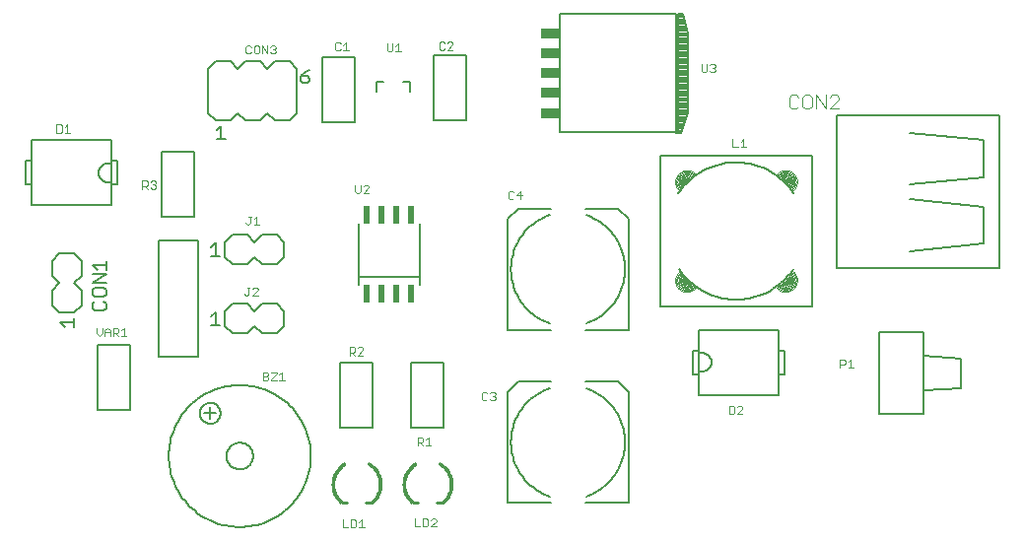
<source format=gto>
G75*
G70*
%OFA0B0*%
%FSLAX24Y24*%
%IPPOS*%
%LPD*%
%AMOC8*
5,1,8,0,0,1.08239X$1,22.5*
%
%ADD10C,0.0080*%
%ADD11R,0.0193X0.0598*%
%ADD12C,0.0030*%
%ADD13R,0.0660X0.0380*%
%ADD14C,0.0020*%
%ADD15C,0.0050*%
%ADD16C,0.0010*%
%ADD17C,0.0100*%
%ADD18C,0.0060*%
%ADD19C,0.0040*%
D10*
X012380Y009488D02*
X012380Y009763D01*
X014428Y009763D01*
X014428Y009488D01*
X014428Y009763D02*
X014428Y011559D01*
X012380Y011559D02*
X012380Y009763D01*
X017403Y007972D02*
X017403Y011712D01*
X017757Y012066D01*
X018859Y012066D01*
X020041Y012066D02*
X021143Y012066D01*
X021497Y011712D01*
X021497Y007972D01*
X020041Y007972D01*
X018859Y007972D02*
X017403Y007972D01*
X017757Y006211D02*
X017403Y005856D01*
X017403Y002116D01*
X018859Y002116D01*
X020041Y002116D02*
X021497Y002116D01*
X021497Y005856D01*
X021143Y006211D01*
X020041Y006211D01*
X018859Y006211D02*
X017757Y006211D01*
X020060Y005994D02*
X020149Y005962D01*
X020236Y005925D01*
X020322Y005885D01*
X020405Y005840D01*
X020486Y005791D01*
X020565Y005739D01*
X020640Y005682D01*
X020713Y005622D01*
X020783Y005558D01*
X020850Y005492D01*
X020913Y005421D01*
X020973Y005348D01*
X021029Y005272D01*
X021082Y005194D01*
X021130Y005112D01*
X021175Y005029D01*
X021215Y004944D01*
X021251Y004856D01*
X021283Y004767D01*
X021310Y004677D01*
X021333Y004585D01*
X021352Y004492D01*
X021366Y004399D01*
X021375Y004305D01*
X021379Y004210D01*
X021379Y004116D01*
X021375Y004021D01*
X021366Y003927D01*
X021352Y003834D01*
X021333Y003741D01*
X021310Y003649D01*
X021283Y003559D01*
X021251Y003470D01*
X021215Y003382D01*
X021175Y003297D01*
X021130Y003214D01*
X021082Y003132D01*
X021029Y003054D01*
X020973Y002978D01*
X020913Y002905D01*
X020850Y002834D01*
X020783Y002768D01*
X020713Y002704D01*
X020640Y002644D01*
X020565Y002587D01*
X020486Y002535D01*
X020405Y002486D01*
X020322Y002441D01*
X020236Y002401D01*
X020149Y002364D01*
X020060Y002332D01*
X018840Y002332D02*
X018751Y002364D01*
X018664Y002401D01*
X018578Y002441D01*
X018495Y002486D01*
X018414Y002535D01*
X018335Y002587D01*
X018260Y002644D01*
X018187Y002704D01*
X018117Y002768D01*
X018050Y002834D01*
X017987Y002905D01*
X017927Y002978D01*
X017871Y003054D01*
X017818Y003132D01*
X017770Y003214D01*
X017725Y003297D01*
X017685Y003382D01*
X017649Y003470D01*
X017617Y003559D01*
X017590Y003649D01*
X017567Y003741D01*
X017548Y003834D01*
X017534Y003927D01*
X017525Y004021D01*
X017521Y004116D01*
X017521Y004210D01*
X017525Y004305D01*
X017534Y004399D01*
X017548Y004492D01*
X017567Y004585D01*
X017590Y004677D01*
X017617Y004767D01*
X017649Y004856D01*
X017685Y004944D01*
X017725Y005029D01*
X017770Y005112D01*
X017818Y005194D01*
X017871Y005272D01*
X017927Y005348D01*
X017987Y005421D01*
X018050Y005492D01*
X018117Y005558D01*
X018187Y005622D01*
X018260Y005682D01*
X018335Y005739D01*
X018414Y005791D01*
X018495Y005840D01*
X018578Y005885D01*
X018664Y005925D01*
X018751Y005962D01*
X018840Y005994D01*
X022579Y008753D02*
X022579Y013871D01*
X027707Y013871D01*
X027707Y008753D01*
X022579Y008753D01*
X018840Y008188D02*
X018751Y008220D01*
X018664Y008257D01*
X018578Y008297D01*
X018495Y008342D01*
X018414Y008391D01*
X018335Y008443D01*
X018260Y008500D01*
X018187Y008560D01*
X018117Y008624D01*
X018050Y008690D01*
X017987Y008761D01*
X017927Y008834D01*
X017871Y008910D01*
X017818Y008988D01*
X017770Y009070D01*
X017725Y009153D01*
X017685Y009238D01*
X017649Y009326D01*
X017617Y009415D01*
X017590Y009505D01*
X017567Y009597D01*
X017548Y009690D01*
X017534Y009783D01*
X017525Y009877D01*
X017521Y009972D01*
X017521Y010066D01*
X017525Y010161D01*
X017534Y010255D01*
X017548Y010348D01*
X017567Y010441D01*
X017590Y010533D01*
X017617Y010623D01*
X017649Y010712D01*
X017685Y010800D01*
X017725Y010885D01*
X017770Y010968D01*
X017818Y011050D01*
X017871Y011128D01*
X017927Y011204D01*
X017987Y011277D01*
X018050Y011348D01*
X018117Y011414D01*
X018187Y011478D01*
X018260Y011538D01*
X018335Y011595D01*
X018414Y011647D01*
X018495Y011696D01*
X018578Y011741D01*
X018664Y011781D01*
X018751Y011818D01*
X018840Y011850D01*
X020060Y011850D02*
X020149Y011818D01*
X020236Y011781D01*
X020322Y011741D01*
X020405Y011696D01*
X020486Y011647D01*
X020565Y011595D01*
X020640Y011538D01*
X020713Y011478D01*
X020783Y011414D01*
X020850Y011348D01*
X020913Y011277D01*
X020973Y011204D01*
X021029Y011128D01*
X021082Y011050D01*
X021130Y010968D01*
X021175Y010885D01*
X021215Y010800D01*
X021251Y010712D01*
X021283Y010623D01*
X021310Y010533D01*
X021333Y010441D01*
X021352Y010348D01*
X021366Y010255D01*
X021375Y010161D01*
X021379Y010066D01*
X021379Y009972D01*
X021375Y009877D01*
X021366Y009783D01*
X021352Y009690D01*
X021333Y009597D01*
X021310Y009505D01*
X021283Y009415D01*
X021251Y009326D01*
X021215Y009238D01*
X021175Y009153D01*
X021130Y009070D01*
X021082Y008988D01*
X021029Y008910D01*
X020973Y008834D01*
X020913Y008761D01*
X020850Y008690D01*
X020783Y008624D01*
X020713Y008560D01*
X020640Y008500D01*
X020565Y008443D01*
X020486Y008391D01*
X020405Y008342D01*
X020322Y008297D01*
X020236Y008257D01*
X020149Y008220D01*
X020060Y008188D01*
X023189Y012582D02*
X023251Y012672D01*
X023317Y012760D01*
X023388Y012844D01*
X023463Y012925D01*
X023541Y013002D01*
X023622Y013076D01*
X023708Y013146D01*
X023796Y013211D01*
X023887Y013272D01*
X023982Y013329D01*
X024078Y013381D01*
X024177Y013429D01*
X024279Y013472D01*
X024382Y013510D01*
X024487Y013543D01*
X024593Y013571D01*
X024700Y013594D01*
X024809Y013612D01*
X024918Y013625D01*
X025028Y013633D01*
X025138Y013635D01*
X023273Y014640D02*
X023111Y014640D01*
X023161Y018660D01*
X023323Y018660D01*
X023503Y017980D01*
X023503Y015320D01*
X023273Y014640D01*
X023294Y014701D02*
X023112Y014701D01*
X023121Y014644D02*
X023121Y018656D01*
X019166Y018656D01*
X019166Y014644D01*
X023121Y014644D01*
X023161Y014640D02*
X023161Y018660D01*
X023161Y018626D02*
X023332Y018626D01*
X023323Y018660D02*
X023503Y017980D01*
X023503Y015320D01*
X023503Y015329D02*
X023120Y015329D01*
X023119Y015251D02*
X023479Y015251D01*
X023453Y015172D02*
X023118Y015172D01*
X023117Y015094D02*
X023426Y015094D01*
X023400Y015015D02*
X023116Y015015D01*
X023115Y014937D02*
X023373Y014937D01*
X023347Y014858D02*
X023114Y014858D01*
X023113Y014780D02*
X023320Y014780D01*
X023503Y015408D02*
X023121Y015408D01*
X023122Y015486D02*
X023503Y015486D01*
X023503Y015565D02*
X023123Y015565D01*
X023123Y015643D02*
X023503Y015643D01*
X023503Y015722D02*
X023124Y015722D01*
X023125Y015800D02*
X023503Y015800D01*
X023503Y015879D02*
X023126Y015879D01*
X023127Y015957D02*
X023503Y015957D01*
X023503Y016036D02*
X023128Y016036D01*
X023129Y016114D02*
X023503Y016114D01*
X023503Y016193D02*
X023130Y016193D01*
X023131Y016271D02*
X023503Y016271D01*
X023503Y016350D02*
X023132Y016350D01*
X023133Y016428D02*
X023503Y016428D01*
X023503Y016507D02*
X023134Y016507D01*
X023135Y016585D02*
X023503Y016585D01*
X023503Y016664D02*
X023136Y016664D01*
X023137Y016742D02*
X023503Y016742D01*
X023503Y016821D02*
X023138Y016821D01*
X023139Y016899D02*
X023503Y016899D01*
X023503Y016978D02*
X023140Y016978D01*
X023141Y017056D02*
X023503Y017056D01*
X023503Y017135D02*
X023142Y017135D01*
X023143Y017213D02*
X023503Y017213D01*
X023503Y017292D02*
X023144Y017292D01*
X023145Y017370D02*
X023503Y017370D01*
X023503Y017449D02*
X023146Y017449D01*
X023147Y017527D02*
X023503Y017527D01*
X023503Y017606D02*
X023148Y017606D01*
X023149Y017684D02*
X023503Y017684D01*
X023503Y017763D02*
X023150Y017763D01*
X023151Y017841D02*
X023503Y017841D01*
X023503Y017920D02*
X023152Y017920D01*
X023153Y017998D02*
X023498Y017998D01*
X023477Y018077D02*
X023154Y018077D01*
X023155Y018155D02*
X023457Y018155D01*
X023436Y018234D02*
X023156Y018234D01*
X023157Y018312D02*
X023415Y018312D01*
X023394Y018391D02*
X023158Y018391D01*
X023159Y018469D02*
X023373Y018469D01*
X023353Y018548D02*
X023160Y018548D01*
X025138Y013635D02*
X025252Y013632D01*
X025366Y013624D01*
X025479Y013609D01*
X025591Y013590D01*
X025702Y013565D01*
X025812Y013534D01*
X025920Y013498D01*
X026026Y013457D01*
X026130Y013411D01*
X026232Y013360D01*
X026331Y013303D01*
X026427Y013242D01*
X026520Y013177D01*
X026610Y013107D01*
X026696Y013032D01*
X026779Y012953D01*
X026857Y012871D01*
X026932Y012785D01*
X027002Y012695D01*
X027067Y012601D01*
X027087Y010042D02*
X027025Y009952D01*
X026959Y009864D01*
X026888Y009780D01*
X026813Y009699D01*
X026735Y009622D01*
X026654Y009548D01*
X026568Y009478D01*
X026480Y009413D01*
X026389Y009352D01*
X026294Y009295D01*
X026198Y009243D01*
X026099Y009195D01*
X025997Y009152D01*
X025894Y009114D01*
X025789Y009081D01*
X025683Y009053D01*
X025576Y009030D01*
X025467Y009012D01*
X025358Y008999D01*
X025248Y008991D01*
X025138Y008989D01*
X025024Y008992D01*
X024910Y009000D01*
X024797Y009015D01*
X024685Y009034D01*
X024574Y009059D01*
X024464Y009090D01*
X024356Y009126D01*
X024250Y009167D01*
X024146Y009213D01*
X024044Y009264D01*
X023945Y009321D01*
X023849Y009382D01*
X023756Y009447D01*
X023666Y009517D01*
X023580Y009592D01*
X023497Y009671D01*
X023419Y009753D01*
X023344Y009839D01*
X023274Y009929D01*
X023209Y010023D01*
D11*
X014154Y009189D03*
X013654Y009189D03*
X013154Y009189D03*
X012654Y009189D03*
X012654Y011858D03*
X013154Y011858D03*
X013654Y011858D03*
X014154Y011858D03*
D12*
X012704Y012603D02*
X012524Y012603D01*
X012704Y012783D01*
X012704Y012828D01*
X012659Y012873D01*
X012569Y012873D01*
X012524Y012828D01*
X012428Y012873D02*
X012428Y012648D01*
X012383Y012603D01*
X012293Y012603D01*
X012248Y012648D01*
X012248Y012873D01*
X008921Y011803D02*
X008921Y011533D01*
X008831Y011533D02*
X009011Y011533D01*
X008831Y011713D02*
X008921Y011803D01*
X008735Y011803D02*
X008645Y011803D01*
X008690Y011803D02*
X008690Y011578D01*
X008645Y011533D01*
X008600Y011533D01*
X008555Y011578D01*
X008595Y009405D02*
X008685Y009405D01*
X008640Y009405D02*
X008640Y009180D01*
X008595Y009135D01*
X008550Y009135D01*
X008505Y009180D01*
X008781Y009135D02*
X008961Y009315D01*
X008961Y009360D01*
X008916Y009405D01*
X008826Y009405D01*
X008781Y009360D01*
X008781Y009135D02*
X008961Y009135D01*
X009136Y006536D02*
X009271Y006536D01*
X009316Y006491D01*
X009316Y006446D01*
X009271Y006401D01*
X009136Y006401D01*
X009136Y006536D02*
X009136Y006265D01*
X009271Y006265D01*
X009316Y006310D01*
X009316Y006355D01*
X009271Y006401D01*
X009412Y006310D02*
X009412Y006265D01*
X009592Y006265D01*
X009688Y006265D02*
X009869Y006265D01*
X009778Y006265D02*
X009778Y006536D01*
X009688Y006446D01*
X009592Y006491D02*
X009412Y006310D01*
X009412Y006536D02*
X009592Y006536D01*
X009592Y006491D01*
X011828Y001548D02*
X011828Y001278D01*
X012008Y001278D01*
X012104Y001278D02*
X012239Y001278D01*
X012284Y001323D01*
X012284Y001503D01*
X012239Y001548D01*
X012104Y001548D01*
X012104Y001278D01*
X012380Y001278D02*
X012560Y001278D01*
X012470Y001278D02*
X012470Y001548D01*
X012380Y001458D01*
X014265Y001585D02*
X014265Y001315D01*
X014445Y001315D01*
X014541Y001315D02*
X014676Y001315D01*
X014721Y001360D01*
X014721Y001540D01*
X014676Y001585D01*
X014541Y001585D01*
X014541Y001315D01*
X014817Y001315D02*
X014998Y001495D01*
X014998Y001540D01*
X014953Y001585D01*
X014863Y001585D01*
X014817Y001540D01*
X014817Y001315D02*
X014998Y001315D01*
X009514Y017315D02*
X009424Y017315D01*
X009379Y017360D01*
X009283Y017315D02*
X009283Y017585D01*
X009379Y017540D02*
X009424Y017585D01*
X009514Y017585D01*
X009559Y017540D01*
X009559Y017495D01*
X009514Y017450D01*
X009559Y017405D01*
X009559Y017360D01*
X009514Y017315D01*
X009514Y017450D02*
X009469Y017450D01*
X009283Y017315D02*
X009103Y017585D01*
X009103Y017315D01*
X009006Y017360D02*
X009006Y017540D01*
X008961Y017585D01*
X008871Y017585D01*
X008826Y017540D01*
X008826Y017360D01*
X008871Y017315D01*
X008961Y017315D01*
X009006Y017360D01*
X008730Y017360D02*
X008685Y017315D01*
X008595Y017315D01*
X008550Y017360D01*
X008550Y017540D01*
X008595Y017585D01*
X008685Y017585D01*
X008730Y017540D01*
D13*
X018870Y017320D03*
X018870Y017990D03*
X018870Y016650D03*
X018870Y015980D03*
X018870Y015310D03*
D14*
X015553Y017440D02*
X015367Y017440D01*
X015553Y017627D01*
X015553Y017674D01*
X015507Y017720D01*
X015413Y017720D01*
X015367Y017674D01*
X015277Y017674D02*
X015230Y017720D01*
X015137Y017720D01*
X015090Y017674D01*
X015090Y017487D01*
X015137Y017440D01*
X015230Y017440D01*
X015277Y017487D01*
X013797Y017380D02*
X013610Y017380D01*
X013703Y017380D02*
X013703Y017660D01*
X013610Y017567D01*
X013520Y017660D02*
X013520Y017427D01*
X013474Y017380D01*
X013380Y017380D01*
X013334Y017427D01*
X013334Y017660D01*
X012038Y017415D02*
X011851Y017415D01*
X011945Y017415D02*
X011945Y017695D01*
X011851Y017602D01*
X011762Y017649D02*
X011715Y017695D01*
X011622Y017695D01*
X011575Y017649D01*
X011575Y017462D01*
X011622Y017415D01*
X011715Y017415D01*
X011762Y017462D01*
X005513Y012974D02*
X005466Y013020D01*
X005373Y013020D01*
X005326Y012974D01*
X005237Y012974D02*
X005237Y012880D01*
X005190Y012833D01*
X005050Y012833D01*
X005050Y012740D02*
X005050Y013020D01*
X005190Y013020D01*
X005237Y012974D01*
X005143Y012833D02*
X005237Y012740D01*
X005326Y012787D02*
X005373Y012740D01*
X005466Y012740D01*
X005513Y012787D01*
X005513Y012833D01*
X005466Y012880D01*
X005420Y012880D01*
X005466Y012880D02*
X005513Y012927D01*
X005513Y012974D01*
X002613Y014640D02*
X002426Y014640D01*
X002520Y014640D02*
X002520Y014920D01*
X002426Y014827D01*
X002337Y014874D02*
X002337Y014687D01*
X002290Y014640D01*
X002150Y014640D01*
X002150Y014920D01*
X002290Y014920D01*
X002337Y014874D01*
X003505Y008040D02*
X003505Y007853D01*
X003598Y007760D01*
X003692Y007853D01*
X003692Y008040D01*
X003781Y007947D02*
X003875Y008040D01*
X003968Y007947D01*
X003968Y007760D01*
X004058Y007760D02*
X004058Y008040D01*
X004198Y008040D01*
X004244Y007994D01*
X004244Y007900D01*
X004198Y007853D01*
X004058Y007853D01*
X004151Y007853D02*
X004244Y007760D01*
X004334Y007760D02*
X004521Y007760D01*
X004427Y007760D02*
X004427Y008040D01*
X004334Y007947D01*
X003968Y007900D02*
X003781Y007900D01*
X003781Y007947D02*
X003781Y007760D01*
X012058Y007390D02*
X012058Y007110D01*
X012058Y007203D02*
X012198Y007203D01*
X012244Y007250D01*
X012244Y007344D01*
X012198Y007390D01*
X012058Y007390D01*
X012151Y007203D02*
X012244Y007110D01*
X012334Y007110D02*
X012521Y007297D01*
X012521Y007344D01*
X012474Y007390D01*
X012380Y007390D01*
X012334Y007344D01*
X012334Y007110D02*
X012521Y007110D01*
X016530Y005824D02*
X016530Y005637D01*
X016577Y005591D01*
X016670Y005591D01*
X016717Y005637D01*
X016807Y005637D02*
X016853Y005591D01*
X016947Y005591D01*
X016993Y005637D01*
X016993Y005684D01*
X016947Y005731D01*
X016900Y005731D01*
X016947Y005731D02*
X016993Y005778D01*
X016993Y005824D01*
X016947Y005871D01*
X016853Y005871D01*
X016807Y005824D01*
X016717Y005824D02*
X016670Y005871D01*
X016577Y005871D01*
X016530Y005824D01*
X014727Y004340D02*
X014634Y004247D01*
X014544Y004294D02*
X014544Y004200D01*
X014498Y004153D01*
X014358Y004153D01*
X014451Y004153D02*
X014544Y004060D01*
X014634Y004060D02*
X014821Y004060D01*
X014727Y004060D02*
X014727Y004340D01*
X014544Y004294D02*
X014498Y004340D01*
X014358Y004340D01*
X014358Y004060D01*
X024890Y005121D02*
X025030Y005121D01*
X025077Y005168D01*
X025077Y005355D01*
X025030Y005401D01*
X024890Y005401D01*
X024890Y005121D01*
X025166Y005121D02*
X025353Y005308D01*
X025353Y005355D01*
X025306Y005401D01*
X025213Y005401D01*
X025166Y005355D01*
X025166Y005121D02*
X025353Y005121D01*
X028646Y006696D02*
X028646Y006976D01*
X028786Y006976D01*
X028833Y006930D01*
X028833Y006836D01*
X028786Y006790D01*
X028646Y006790D01*
X028923Y006883D02*
X029016Y006976D01*
X029016Y006696D01*
X028923Y006696D02*
X029109Y006696D01*
X017847Y012396D02*
X017847Y012676D01*
X017707Y012536D01*
X017893Y012536D01*
X017617Y012443D02*
X017570Y012396D01*
X017477Y012396D01*
X017430Y012443D01*
X017430Y012630D01*
X017477Y012676D01*
X017570Y012676D01*
X017617Y012630D01*
X023963Y016727D02*
X024009Y016680D01*
X024103Y016680D01*
X024149Y016727D01*
X024149Y016960D01*
X024239Y016914D02*
X024285Y016960D01*
X024379Y016960D01*
X024426Y016914D01*
X024426Y016867D01*
X024379Y016820D01*
X024426Y016773D01*
X024426Y016727D01*
X024379Y016680D01*
X024285Y016680D01*
X024239Y016727D01*
X024332Y016820D02*
X024379Y016820D01*
X023963Y016727D02*
X023963Y016960D01*
X025014Y014434D02*
X025014Y014153D01*
X025201Y014153D01*
X025290Y014153D02*
X025477Y014153D01*
X025384Y014153D02*
X025384Y014434D01*
X025290Y014340D01*
D15*
X028534Y015197D02*
X028534Y010077D01*
X028539Y010052D02*
X034044Y010052D01*
X034044Y010087D02*
X034044Y015187D01*
X034044Y015222D02*
X028539Y015222D01*
X030994Y014637D02*
X033494Y014387D01*
X033494Y013137D01*
X030994Y012887D01*
X030994Y012387D02*
X033494Y012137D01*
X033494Y010887D01*
X030994Y010637D01*
X026582Y007976D02*
X026582Y007276D01*
X026782Y007276D01*
X026782Y006476D01*
X026582Y006476D01*
X026582Y007276D01*
X026582Y007976D02*
X023882Y007976D01*
X023882Y007276D01*
X023682Y007276D01*
X023682Y006476D01*
X023882Y006476D01*
X023882Y005776D01*
X026582Y005776D01*
X026582Y006476D01*
X023882Y006576D02*
X023916Y006567D01*
X023951Y006562D01*
X023986Y006560D01*
X024021Y006562D01*
X024056Y006569D01*
X024089Y006579D01*
X024122Y006593D01*
X024152Y006610D01*
X024181Y006630D01*
X024207Y006654D01*
X024230Y006680D01*
X024250Y006709D01*
X024267Y006740D01*
X024281Y006772D01*
X024290Y006806D01*
X024296Y006841D01*
X024298Y006876D01*
X024296Y006911D01*
X024290Y006946D01*
X024281Y006980D01*
X024267Y007012D01*
X024250Y007043D01*
X024230Y007072D01*
X024207Y007098D01*
X024181Y007122D01*
X024152Y007142D01*
X024122Y007159D01*
X024089Y007173D01*
X024056Y007183D01*
X024021Y007190D01*
X023986Y007192D01*
X023951Y007190D01*
X023916Y007185D01*
X023882Y007176D01*
X023882Y006576D01*
X023882Y006476D01*
X023882Y007176D02*
X023882Y007276D01*
X029984Y007879D02*
X029984Y005123D01*
X031461Y005123D01*
X031461Y005911D01*
X032740Y006009D01*
X032740Y006993D01*
X031461Y007092D01*
X031461Y005911D01*
X031461Y007092D02*
X031461Y007879D01*
X029984Y007879D01*
X016003Y015050D02*
X014903Y015050D01*
X014903Y017250D01*
X016003Y017250D01*
X016003Y015050D01*
X012250Y015000D02*
X012250Y017200D01*
X011150Y017200D01*
X011150Y015000D01*
X012250Y015000D01*
X010710Y016400D02*
X010710Y016475D01*
X010635Y016550D01*
X010410Y016550D01*
X010410Y016400D01*
X010485Y016325D01*
X010635Y016325D01*
X010710Y016400D01*
X010560Y016700D02*
X010410Y016550D01*
X010560Y016700D02*
X010710Y016775D01*
X007710Y014875D02*
X007710Y014425D01*
X007560Y014425D02*
X007860Y014425D01*
X007560Y014725D02*
X007710Y014875D01*
X006800Y014000D02*
X005700Y014000D01*
X005700Y011800D01*
X006800Y011800D01*
X006800Y014000D01*
X004190Y013680D02*
X004190Y012880D01*
X003990Y012880D01*
X003990Y012980D01*
X003990Y013580D01*
X003990Y013680D01*
X004190Y013680D01*
X003990Y013680D02*
X003990Y014380D01*
X001290Y014380D01*
X001290Y013680D01*
X001090Y013680D01*
X001090Y012880D01*
X001290Y012880D01*
X001290Y012180D01*
X003990Y012180D01*
X003990Y012880D01*
X003990Y012980D02*
X003956Y012971D01*
X003921Y012966D01*
X003886Y012964D01*
X003851Y012966D01*
X003816Y012973D01*
X003783Y012983D01*
X003750Y012997D01*
X003720Y013014D01*
X003691Y013034D01*
X003665Y013058D01*
X003642Y013084D01*
X003622Y013113D01*
X003605Y013144D01*
X003591Y013176D01*
X003582Y013210D01*
X003576Y013245D01*
X003574Y013280D01*
X003576Y013315D01*
X003582Y013350D01*
X003591Y013384D01*
X003605Y013416D01*
X003622Y013447D01*
X003642Y013476D01*
X003665Y013502D01*
X003691Y013526D01*
X003720Y013546D01*
X003750Y013563D01*
X003783Y013577D01*
X003816Y013587D01*
X003851Y013594D01*
X003886Y013596D01*
X003921Y013594D01*
X003956Y013589D01*
X003990Y013580D01*
X001290Y013680D02*
X001290Y012880D01*
X003375Y010156D02*
X003825Y010156D01*
X003825Y010006D02*
X003825Y010306D01*
X003525Y010006D02*
X003375Y010156D01*
X003375Y009846D02*
X003825Y009846D01*
X003375Y009546D01*
X003825Y009546D01*
X003750Y009386D02*
X003450Y009386D01*
X003375Y009311D01*
X003375Y009160D01*
X003450Y009085D01*
X003750Y009085D01*
X003825Y009160D01*
X003825Y009311D01*
X003750Y009386D01*
X003750Y008925D02*
X003825Y008850D01*
X003825Y008700D01*
X003750Y008625D01*
X003450Y008625D01*
X003375Y008700D01*
X003375Y008850D01*
X003450Y008925D01*
X002725Y008375D02*
X002725Y008075D01*
X002725Y008225D02*
X002275Y008225D01*
X002425Y008075D01*
X003550Y007450D02*
X004650Y007450D01*
X004650Y005250D01*
X003550Y005250D01*
X003550Y007450D01*
X005611Y007050D02*
X005611Y010987D01*
X006950Y010987D01*
X006950Y007050D01*
X005611Y007050D01*
X007375Y008125D02*
X007675Y008125D01*
X007525Y008125D02*
X007525Y008575D01*
X007375Y008425D01*
X007375Y010463D02*
X007675Y010463D01*
X007525Y010463D02*
X007525Y010913D01*
X007375Y010763D01*
X011750Y006850D02*
X012850Y006850D01*
X012850Y004650D01*
X011750Y004650D01*
X011750Y006850D01*
X014150Y006850D02*
X015250Y006850D01*
X015250Y004650D01*
X014150Y004650D01*
X014150Y006850D01*
D16*
X014277Y003481D02*
X014322Y003403D01*
X014321Y003403D02*
X014277Y003375D01*
X014235Y003344D01*
X014195Y003311D01*
X014157Y003275D01*
X014122Y003236D01*
X014090Y003195D01*
X014060Y003151D01*
X014034Y003106D01*
X014011Y003059D01*
X013991Y003011D01*
X013975Y002961D01*
X013962Y002911D01*
X013953Y002859D01*
X013947Y002807D01*
X013945Y002755D01*
X013856Y002754D01*
X013855Y002755D01*
X013857Y002810D01*
X013863Y002864D01*
X013872Y002919D01*
X013885Y002972D01*
X013901Y003024D01*
X013920Y003076D01*
X013943Y003126D01*
X013969Y003174D01*
X013998Y003221D01*
X014030Y003265D01*
X014065Y003308D01*
X014103Y003348D01*
X014143Y003385D01*
X014185Y003420D01*
X014230Y003452D01*
X014276Y003481D01*
X014281Y003473D01*
X014235Y003445D01*
X014191Y003413D01*
X014149Y003378D01*
X014109Y003341D01*
X014072Y003302D01*
X014037Y003260D01*
X014006Y003216D01*
X013977Y003170D01*
X013951Y003122D01*
X013929Y003072D01*
X013909Y003022D01*
X013893Y002970D01*
X013881Y002917D01*
X013872Y002863D01*
X013866Y002809D01*
X013864Y002755D01*
X013873Y002755D01*
X013875Y002809D01*
X013881Y002862D01*
X013890Y002915D01*
X013902Y002967D01*
X013918Y003019D01*
X013937Y003069D01*
X013959Y003118D01*
X013985Y003165D01*
X014013Y003211D01*
X014045Y003254D01*
X014079Y003296D01*
X014115Y003335D01*
X014155Y003372D01*
X014196Y003406D01*
X014240Y003437D01*
X014285Y003466D01*
X014290Y003458D01*
X014242Y003428D01*
X014196Y003394D01*
X014153Y003358D01*
X014112Y003318D01*
X014074Y003276D01*
X014039Y003232D01*
X014007Y003185D01*
X013979Y003136D01*
X013954Y003085D01*
X013932Y003032D01*
X013915Y002979D01*
X013901Y002924D01*
X013891Y002868D01*
X013884Y002812D01*
X013882Y002755D01*
X013891Y002755D01*
X013893Y002811D01*
X013899Y002867D01*
X013909Y002922D01*
X013923Y002976D01*
X013941Y003029D01*
X013962Y003081D01*
X013987Y003132D01*
X014015Y003180D01*
X014046Y003226D01*
X014081Y003271D01*
X014118Y003312D01*
X014159Y003351D01*
X014201Y003387D01*
X014247Y003420D01*
X014294Y003450D01*
X014299Y003442D01*
X014252Y003413D01*
X014207Y003380D01*
X014165Y003344D01*
X014125Y003306D01*
X014088Y003265D01*
X014053Y003221D01*
X014022Y003175D01*
X013995Y003127D01*
X013970Y003078D01*
X013949Y003026D01*
X013932Y002974D01*
X013918Y002920D01*
X013908Y002865D01*
X013902Y002810D01*
X013900Y002755D01*
X013909Y002755D01*
X013911Y002810D01*
X013917Y002864D01*
X013927Y002918D01*
X013941Y002971D01*
X013958Y003023D01*
X013978Y003074D01*
X014003Y003123D01*
X014030Y003170D01*
X014061Y003216D01*
X014094Y003259D01*
X014131Y003300D01*
X014171Y003338D01*
X014213Y003373D01*
X014257Y003405D01*
X014303Y003434D01*
X014308Y003426D01*
X014262Y003398D01*
X014218Y003366D01*
X014177Y003331D01*
X014138Y003293D01*
X014101Y003253D01*
X014068Y003211D01*
X014038Y003166D01*
X014010Y003119D01*
X013987Y003070D01*
X013966Y003020D01*
X013949Y002969D01*
X013936Y002916D01*
X013926Y002863D01*
X013920Y002809D01*
X013918Y002755D01*
X013927Y002755D01*
X013929Y002808D01*
X013935Y002862D01*
X013945Y002914D01*
X013958Y002966D01*
X013975Y003017D01*
X013995Y003067D01*
X014018Y003115D01*
X014045Y003161D01*
X014075Y003205D01*
X014108Y003247D01*
X014144Y003287D01*
X014183Y003324D01*
X014224Y003359D01*
X014267Y003390D01*
X014312Y003419D01*
X014317Y003411D01*
X014272Y003383D01*
X014229Y003352D01*
X014189Y003318D01*
X014151Y003281D01*
X014115Y003242D01*
X014083Y003200D01*
X014053Y003156D01*
X014026Y003110D01*
X014003Y003063D01*
X013983Y003014D01*
X013966Y002964D01*
X013953Y002912D01*
X013944Y002860D01*
X013938Y002808D01*
X013936Y002755D01*
X015544Y002755D02*
X015454Y002755D01*
X015455Y002755D02*
X015453Y002809D01*
X015447Y002862D01*
X015437Y002915D01*
X015423Y002967D01*
X015406Y003018D01*
X015385Y003067D01*
X015361Y003115D01*
X015333Y003161D01*
X015302Y003205D01*
X015268Y003247D01*
X015232Y003286D01*
X015192Y003323D01*
X015150Y003356D01*
X015106Y003387D01*
X015060Y003414D01*
X015102Y003493D01*
X015151Y003465D01*
X015197Y003433D01*
X015242Y003398D01*
X015284Y003361D01*
X015324Y003320D01*
X015360Y003277D01*
X015394Y003232D01*
X015425Y003185D01*
X015452Y003135D01*
X015476Y003084D01*
X015497Y003032D01*
X015514Y002978D01*
X015527Y002923D01*
X015537Y002868D01*
X015543Y002811D01*
X015545Y002755D01*
X015536Y002755D01*
X015534Y002811D01*
X015528Y002866D01*
X015518Y002921D01*
X015505Y002976D01*
X015488Y003029D01*
X015468Y003081D01*
X015444Y003131D01*
X015417Y003180D01*
X015387Y003227D01*
X015353Y003272D01*
X015317Y003314D01*
X015278Y003354D01*
X015236Y003391D01*
X015192Y003426D01*
X015146Y003457D01*
X015098Y003485D01*
X015094Y003477D01*
X015141Y003449D01*
X015187Y003418D01*
X015230Y003384D01*
X015272Y003348D01*
X015310Y003308D01*
X015346Y003266D01*
X015379Y003222D01*
X015409Y003176D01*
X015436Y003127D01*
X015459Y003077D01*
X015480Y003026D01*
X015496Y002973D01*
X015509Y002920D01*
X015519Y002865D01*
X015525Y002810D01*
X015527Y002755D01*
X015518Y002755D01*
X015516Y002810D01*
X015510Y002864D01*
X015501Y002918D01*
X015488Y002971D01*
X015471Y003023D01*
X015451Y003074D01*
X015428Y003123D01*
X015401Y003171D01*
X015372Y003217D01*
X015339Y003261D01*
X015304Y003302D01*
X015265Y003341D01*
X015225Y003378D01*
X015182Y003411D01*
X015136Y003442D01*
X015089Y003469D01*
X015085Y003461D01*
X015132Y003434D01*
X015176Y003404D01*
X015219Y003371D01*
X015259Y003335D01*
X015297Y003296D01*
X015332Y003255D01*
X015364Y003212D01*
X015394Y003166D01*
X015420Y003119D01*
X015443Y003070D01*
X015463Y003020D01*
X015479Y002968D01*
X015492Y002916D01*
X015501Y002863D01*
X015507Y002809D01*
X015509Y002755D01*
X015500Y002755D01*
X015498Y002808D01*
X015492Y002861D01*
X015483Y002914D01*
X015470Y002966D01*
X015454Y003017D01*
X015435Y003067D01*
X015412Y003115D01*
X015386Y003162D01*
X015357Y003206D01*
X015325Y003249D01*
X015290Y003290D01*
X015253Y003328D01*
X015213Y003364D01*
X015171Y003397D01*
X015127Y003427D01*
X015081Y003454D01*
X015077Y003446D01*
X015122Y003419D01*
X015166Y003389D01*
X015207Y003357D01*
X015247Y003322D01*
X015284Y003284D01*
X015318Y003244D01*
X015350Y003201D01*
X015378Y003157D01*
X015404Y003111D01*
X015426Y003063D01*
X015446Y003014D01*
X015462Y002964D01*
X015474Y002912D01*
X015483Y002860D01*
X015489Y002808D01*
X015491Y002755D01*
X015482Y002755D01*
X015480Y002811D01*
X015473Y002866D01*
X015463Y002921D01*
X015449Y002975D01*
X015431Y003027D01*
X015410Y003079D01*
X015384Y003128D01*
X015356Y003176D01*
X015324Y003222D01*
X015289Y003265D01*
X015251Y003305D01*
X015210Y003343D01*
X015166Y003378D01*
X015120Y003409D01*
X015072Y003438D01*
X015068Y003430D01*
X015116Y003402D01*
X015161Y003371D01*
X015204Y003336D01*
X015244Y003299D01*
X015282Y003259D01*
X015317Y003216D01*
X015348Y003171D01*
X015377Y003124D01*
X015401Y003075D01*
X015423Y003024D01*
X015440Y002972D01*
X015454Y002919D01*
X015464Y002865D01*
X015471Y002810D01*
X015473Y002755D01*
X015464Y002755D01*
X015462Y002809D01*
X015456Y002863D01*
X015446Y002917D01*
X015432Y002969D01*
X015414Y003021D01*
X015393Y003071D01*
X015369Y003120D01*
X015341Y003166D01*
X015309Y003211D01*
X015275Y003253D01*
X015238Y003292D01*
X015198Y003329D01*
X015156Y003363D01*
X015111Y003394D01*
X015064Y003422D01*
X015244Y002105D02*
X015187Y002174D01*
X015187Y002173D02*
X015227Y002210D01*
X015265Y002249D01*
X015299Y002291D01*
X015331Y002335D01*
X015359Y002381D01*
X015384Y002430D01*
X015405Y002480D01*
X015423Y002531D01*
X015436Y002584D01*
X015446Y002637D01*
X015453Y002691D01*
X015455Y002745D01*
X015544Y002746D01*
X015545Y002745D01*
X015543Y002689D01*
X015537Y002633D01*
X015527Y002578D01*
X015514Y002523D01*
X015497Y002470D01*
X015477Y002417D01*
X015453Y002366D01*
X015426Y002317D01*
X015395Y002270D01*
X015362Y002225D01*
X015326Y002182D01*
X015287Y002142D01*
X015245Y002104D01*
X015239Y002111D01*
X015280Y002148D01*
X015319Y002188D01*
X015355Y002230D01*
X015388Y002275D01*
X015418Y002322D01*
X015445Y002370D01*
X015468Y002421D01*
X015489Y002473D01*
X015505Y002526D01*
X015518Y002580D01*
X015528Y002634D01*
X015534Y002689D01*
X015536Y002745D01*
X015527Y002745D01*
X015525Y002690D01*
X015519Y002635D01*
X015510Y002581D01*
X015497Y002528D01*
X015480Y002476D01*
X015460Y002424D01*
X015437Y002375D01*
X015410Y002326D01*
X015381Y002280D01*
X015348Y002236D01*
X015312Y002194D01*
X015274Y002155D01*
X015233Y002118D01*
X015228Y002125D01*
X015268Y002161D01*
X015306Y002200D01*
X015341Y002242D01*
X015373Y002285D01*
X015403Y002331D01*
X015429Y002379D01*
X015452Y002428D01*
X015472Y002478D01*
X015488Y002530D01*
X015501Y002583D01*
X015510Y002637D01*
X015516Y002691D01*
X015518Y002745D01*
X015509Y002745D01*
X015507Y002691D01*
X015501Y002638D01*
X015492Y002585D01*
X015479Y002533D01*
X015463Y002481D01*
X015444Y002431D01*
X015421Y002383D01*
X015395Y002336D01*
X015366Y002290D01*
X015334Y002247D01*
X015299Y002206D01*
X015262Y002168D01*
X015222Y002132D01*
X015216Y002139D01*
X015255Y002174D01*
X015292Y002212D01*
X015327Y002253D01*
X015358Y002296D01*
X015387Y002340D01*
X015413Y002387D01*
X015435Y002435D01*
X015455Y002484D01*
X015471Y002535D01*
X015483Y002587D01*
X015492Y002639D01*
X015498Y002692D01*
X015500Y002745D01*
X015491Y002745D01*
X015489Y002693D01*
X015483Y002640D01*
X015474Y002589D01*
X015462Y002538D01*
X015446Y002487D01*
X015427Y002438D01*
X015405Y002391D01*
X015379Y002345D01*
X015351Y002301D01*
X015320Y002259D01*
X015286Y002218D01*
X015249Y002181D01*
X015210Y002146D01*
X015204Y002152D01*
X015243Y002187D01*
X015279Y002225D01*
X015313Y002264D01*
X015344Y002306D01*
X015372Y002350D01*
X015397Y002395D01*
X015419Y002442D01*
X015438Y002490D01*
X015453Y002540D01*
X015466Y002590D01*
X015474Y002642D01*
X015480Y002693D01*
X015482Y002745D01*
X015473Y002745D01*
X015471Y002694D01*
X015466Y002643D01*
X015457Y002592D01*
X015445Y002542D01*
X015429Y002493D01*
X015411Y002446D01*
X015389Y002399D01*
X015364Y002354D01*
X015336Y002311D01*
X015306Y002270D01*
X015273Y002231D01*
X015237Y002194D01*
X015199Y002159D01*
X015193Y002166D01*
X015234Y002203D01*
X015272Y002243D01*
X015306Y002285D01*
X015338Y002330D01*
X015367Y002377D01*
X015392Y002426D01*
X015413Y002477D01*
X015431Y002528D01*
X015445Y002582D01*
X015455Y002636D01*
X015462Y002690D01*
X015464Y002745D01*
X013856Y002746D02*
X013946Y002746D01*
X013945Y002745D02*
X013947Y002691D01*
X013953Y002638D01*
X013963Y002585D01*
X013977Y002533D01*
X013994Y002482D01*
X014015Y002432D01*
X014039Y002384D01*
X014067Y002338D01*
X014098Y002294D01*
X014132Y002253D01*
X014169Y002213D01*
X014208Y002177D01*
X014151Y002109D01*
X014150Y002108D01*
X014109Y002146D01*
X014071Y002186D01*
X014035Y002229D01*
X014002Y002274D01*
X013972Y002321D01*
X013946Y002369D01*
X013922Y002420D01*
X013902Y002472D01*
X013886Y002525D01*
X013872Y002579D01*
X013863Y002634D01*
X013857Y002689D01*
X013855Y002745D01*
X013864Y002745D01*
X013866Y002690D01*
X013872Y002635D01*
X013881Y002581D01*
X013894Y002527D01*
X013911Y002475D01*
X013930Y002423D01*
X013954Y002373D01*
X013980Y002325D01*
X014010Y002279D01*
X014042Y002234D01*
X014077Y002192D01*
X014116Y002152D01*
X014156Y002115D01*
X014162Y002122D01*
X014122Y002159D01*
X014084Y002198D01*
X014049Y002240D01*
X014017Y002284D01*
X013988Y002330D01*
X013962Y002378D01*
X013939Y002427D01*
X013919Y002478D01*
X013903Y002530D01*
X013890Y002583D01*
X013881Y002636D01*
X013875Y002691D01*
X013873Y002745D01*
X013882Y002745D01*
X013884Y002691D01*
X013890Y002638D01*
X013899Y002585D01*
X013912Y002532D01*
X013928Y002481D01*
X013947Y002430D01*
X013970Y002382D01*
X013995Y002334D01*
X014024Y002289D01*
X014056Y002245D01*
X014091Y002204D01*
X014128Y002165D01*
X014168Y002129D01*
X014174Y002136D01*
X014134Y002172D01*
X014097Y002210D01*
X014063Y002251D01*
X014032Y002294D01*
X014003Y002339D01*
X013978Y002386D01*
X013955Y002434D01*
X013936Y002484D01*
X013920Y002535D01*
X013908Y002586D01*
X013899Y002639D01*
X013893Y002692D01*
X013891Y002745D01*
X013900Y002745D01*
X013902Y002692D01*
X013908Y002640D01*
X013917Y002588D01*
X013929Y002537D01*
X013945Y002487D01*
X013964Y002437D01*
X013986Y002390D01*
X014011Y002343D01*
X014039Y002299D01*
X014070Y002257D01*
X014104Y002216D01*
X014141Y002178D01*
X014179Y002143D01*
X014185Y002149D01*
X014147Y002185D01*
X014111Y002222D01*
X014077Y002262D01*
X014047Y002304D01*
X014019Y002348D01*
X013994Y002394D01*
X013972Y002441D01*
X013953Y002490D01*
X013938Y002539D01*
X013925Y002590D01*
X013917Y002641D01*
X013911Y002693D01*
X013909Y002745D01*
X013918Y002745D01*
X013920Y002689D01*
X013927Y002634D01*
X013937Y002579D01*
X013951Y002525D01*
X013969Y002472D01*
X013991Y002421D01*
X014016Y002371D01*
X014045Y002323D01*
X014077Y002278D01*
X014112Y002235D01*
X014150Y002194D01*
X014191Y002156D01*
X014197Y002163D01*
X014156Y002200D01*
X014119Y002241D01*
X014084Y002283D01*
X014052Y002328D01*
X014024Y002376D01*
X013999Y002425D01*
X013977Y002476D01*
X013960Y002528D01*
X013946Y002581D01*
X013936Y002635D01*
X013929Y002690D01*
X013927Y002745D01*
X013936Y002745D01*
X013938Y002691D01*
X013944Y002637D01*
X013954Y002583D01*
X013968Y002530D01*
X013986Y002479D01*
X014007Y002429D01*
X014032Y002380D01*
X014060Y002333D01*
X014091Y002289D01*
X014125Y002247D01*
X014163Y002207D01*
X014203Y002170D01*
X013144Y002755D02*
X013054Y002755D01*
X013055Y002755D02*
X013053Y002809D01*
X013047Y002862D01*
X013037Y002915D01*
X013023Y002967D01*
X013006Y003018D01*
X012985Y003067D01*
X012961Y003115D01*
X012933Y003161D01*
X012902Y003205D01*
X012868Y003247D01*
X012832Y003286D01*
X012792Y003323D01*
X012750Y003356D01*
X012706Y003387D01*
X012660Y003414D01*
X012702Y003493D01*
X012751Y003465D01*
X012797Y003433D01*
X012842Y003398D01*
X012884Y003361D01*
X012924Y003320D01*
X012960Y003277D01*
X012994Y003232D01*
X013025Y003185D01*
X013052Y003135D01*
X013076Y003084D01*
X013097Y003032D01*
X013114Y002978D01*
X013127Y002923D01*
X013137Y002868D01*
X013143Y002811D01*
X013145Y002755D01*
X013136Y002755D01*
X013134Y002811D01*
X013128Y002866D01*
X013118Y002921D01*
X013105Y002976D01*
X013088Y003029D01*
X013068Y003081D01*
X013044Y003131D01*
X013017Y003180D01*
X012987Y003227D01*
X012953Y003272D01*
X012917Y003314D01*
X012878Y003354D01*
X012836Y003391D01*
X012792Y003426D01*
X012746Y003457D01*
X012698Y003485D01*
X012694Y003477D01*
X012741Y003449D01*
X012787Y003418D01*
X012830Y003384D01*
X012872Y003348D01*
X012910Y003308D01*
X012946Y003266D01*
X012979Y003222D01*
X013009Y003176D01*
X013036Y003127D01*
X013059Y003077D01*
X013080Y003026D01*
X013096Y002973D01*
X013109Y002920D01*
X013119Y002865D01*
X013125Y002810D01*
X013127Y002755D01*
X013118Y002755D01*
X013116Y002810D01*
X013110Y002864D01*
X013101Y002918D01*
X013088Y002971D01*
X013071Y003023D01*
X013051Y003074D01*
X013028Y003123D01*
X013001Y003171D01*
X012972Y003217D01*
X012939Y003261D01*
X012904Y003302D01*
X012865Y003341D01*
X012825Y003378D01*
X012782Y003411D01*
X012736Y003442D01*
X012689Y003469D01*
X012685Y003461D01*
X012732Y003434D01*
X012776Y003404D01*
X012819Y003371D01*
X012859Y003335D01*
X012897Y003296D01*
X012932Y003255D01*
X012964Y003212D01*
X012994Y003166D01*
X013020Y003119D01*
X013043Y003070D01*
X013063Y003020D01*
X013079Y002968D01*
X013092Y002916D01*
X013101Y002863D01*
X013107Y002809D01*
X013109Y002755D01*
X013100Y002755D01*
X013098Y002808D01*
X013092Y002861D01*
X013083Y002914D01*
X013070Y002966D01*
X013054Y003017D01*
X013035Y003067D01*
X013012Y003115D01*
X012986Y003162D01*
X012957Y003206D01*
X012925Y003249D01*
X012890Y003290D01*
X012853Y003328D01*
X012813Y003364D01*
X012771Y003397D01*
X012727Y003427D01*
X012681Y003454D01*
X012677Y003446D01*
X012722Y003419D01*
X012766Y003389D01*
X012807Y003357D01*
X012847Y003322D01*
X012884Y003284D01*
X012918Y003244D01*
X012950Y003201D01*
X012978Y003157D01*
X013004Y003111D01*
X013026Y003063D01*
X013046Y003014D01*
X013062Y002964D01*
X013074Y002912D01*
X013083Y002860D01*
X013089Y002808D01*
X013091Y002755D01*
X013082Y002755D01*
X013080Y002811D01*
X013073Y002866D01*
X013063Y002921D01*
X013049Y002975D01*
X013031Y003027D01*
X013010Y003079D01*
X012984Y003128D01*
X012956Y003176D01*
X012924Y003222D01*
X012889Y003265D01*
X012851Y003305D01*
X012810Y003343D01*
X012766Y003378D01*
X012720Y003409D01*
X012672Y003438D01*
X012668Y003430D01*
X012716Y003402D01*
X012761Y003371D01*
X012804Y003336D01*
X012844Y003299D01*
X012882Y003259D01*
X012917Y003216D01*
X012948Y003171D01*
X012977Y003124D01*
X013001Y003075D01*
X013023Y003024D01*
X013040Y002972D01*
X013054Y002919D01*
X013064Y002865D01*
X013071Y002810D01*
X013073Y002755D01*
X013064Y002755D01*
X013062Y002809D01*
X013056Y002863D01*
X013046Y002917D01*
X013032Y002969D01*
X013014Y003021D01*
X012993Y003071D01*
X012969Y003120D01*
X012941Y003166D01*
X012909Y003211D01*
X012875Y003253D01*
X012838Y003292D01*
X012798Y003329D01*
X012756Y003363D01*
X012711Y003394D01*
X012664Y003422D01*
X011877Y003481D02*
X011922Y003403D01*
X011921Y003403D02*
X011877Y003375D01*
X011835Y003344D01*
X011795Y003311D01*
X011757Y003275D01*
X011722Y003236D01*
X011690Y003195D01*
X011660Y003151D01*
X011634Y003106D01*
X011611Y003059D01*
X011591Y003011D01*
X011575Y002961D01*
X011562Y002911D01*
X011553Y002859D01*
X011547Y002807D01*
X011545Y002755D01*
X011456Y002754D01*
X011455Y002755D01*
X011457Y002810D01*
X011463Y002864D01*
X011472Y002919D01*
X011485Y002972D01*
X011501Y003024D01*
X011520Y003076D01*
X011543Y003126D01*
X011569Y003174D01*
X011598Y003221D01*
X011630Y003265D01*
X011665Y003308D01*
X011703Y003348D01*
X011743Y003385D01*
X011785Y003420D01*
X011830Y003452D01*
X011876Y003481D01*
X011881Y003473D01*
X011835Y003445D01*
X011791Y003413D01*
X011749Y003378D01*
X011709Y003341D01*
X011672Y003302D01*
X011637Y003260D01*
X011606Y003216D01*
X011577Y003170D01*
X011551Y003122D01*
X011529Y003072D01*
X011509Y003022D01*
X011493Y002970D01*
X011481Y002917D01*
X011472Y002863D01*
X011466Y002809D01*
X011464Y002755D01*
X011473Y002755D01*
X011475Y002809D01*
X011481Y002862D01*
X011490Y002915D01*
X011502Y002967D01*
X011518Y003019D01*
X011537Y003069D01*
X011559Y003118D01*
X011585Y003165D01*
X011613Y003211D01*
X011645Y003254D01*
X011679Y003296D01*
X011715Y003335D01*
X011755Y003372D01*
X011796Y003406D01*
X011840Y003437D01*
X011885Y003466D01*
X011890Y003458D01*
X011842Y003428D01*
X011796Y003394D01*
X011753Y003358D01*
X011712Y003318D01*
X011674Y003276D01*
X011639Y003232D01*
X011607Y003185D01*
X011579Y003136D01*
X011554Y003085D01*
X011532Y003032D01*
X011515Y002979D01*
X011501Y002924D01*
X011491Y002868D01*
X011484Y002812D01*
X011482Y002755D01*
X011491Y002755D01*
X011493Y002811D01*
X011499Y002867D01*
X011509Y002922D01*
X011523Y002976D01*
X011541Y003029D01*
X011562Y003081D01*
X011587Y003132D01*
X011615Y003180D01*
X011646Y003226D01*
X011681Y003271D01*
X011718Y003312D01*
X011759Y003351D01*
X011801Y003387D01*
X011847Y003420D01*
X011894Y003450D01*
X011899Y003442D01*
X011852Y003413D01*
X011807Y003380D01*
X011765Y003344D01*
X011725Y003306D01*
X011688Y003265D01*
X011653Y003221D01*
X011622Y003175D01*
X011595Y003127D01*
X011570Y003078D01*
X011549Y003026D01*
X011532Y002974D01*
X011518Y002920D01*
X011508Y002865D01*
X011502Y002810D01*
X011500Y002755D01*
X011509Y002755D01*
X011511Y002810D01*
X011517Y002864D01*
X011527Y002918D01*
X011541Y002971D01*
X011558Y003023D01*
X011578Y003074D01*
X011603Y003123D01*
X011630Y003170D01*
X011661Y003216D01*
X011694Y003259D01*
X011731Y003300D01*
X011771Y003338D01*
X011813Y003373D01*
X011857Y003405D01*
X011903Y003434D01*
X011908Y003426D01*
X011862Y003398D01*
X011818Y003366D01*
X011777Y003331D01*
X011738Y003293D01*
X011701Y003253D01*
X011668Y003211D01*
X011638Y003166D01*
X011610Y003119D01*
X011587Y003070D01*
X011566Y003020D01*
X011549Y002969D01*
X011536Y002916D01*
X011526Y002863D01*
X011520Y002809D01*
X011518Y002755D01*
X011527Y002755D01*
X011529Y002808D01*
X011535Y002862D01*
X011545Y002914D01*
X011558Y002966D01*
X011575Y003017D01*
X011595Y003067D01*
X011618Y003115D01*
X011645Y003161D01*
X011675Y003205D01*
X011708Y003247D01*
X011744Y003287D01*
X011783Y003324D01*
X011824Y003359D01*
X011867Y003390D01*
X011912Y003419D01*
X011917Y003411D01*
X011872Y003383D01*
X011829Y003352D01*
X011789Y003318D01*
X011751Y003281D01*
X011715Y003242D01*
X011683Y003200D01*
X011653Y003156D01*
X011626Y003110D01*
X011603Y003063D01*
X011583Y003014D01*
X011566Y002964D01*
X011553Y002912D01*
X011544Y002860D01*
X011538Y002808D01*
X011536Y002755D01*
X011456Y002746D02*
X011546Y002746D01*
X011545Y002745D02*
X011547Y002691D01*
X011553Y002638D01*
X011563Y002585D01*
X011577Y002533D01*
X011594Y002482D01*
X011615Y002432D01*
X011639Y002384D01*
X011667Y002338D01*
X011698Y002294D01*
X011732Y002253D01*
X011769Y002213D01*
X011808Y002177D01*
X011751Y002109D01*
X011750Y002108D01*
X011709Y002146D01*
X011671Y002186D01*
X011635Y002229D01*
X011602Y002274D01*
X011572Y002321D01*
X011546Y002369D01*
X011522Y002420D01*
X011502Y002472D01*
X011486Y002525D01*
X011472Y002579D01*
X011463Y002634D01*
X011457Y002689D01*
X011455Y002745D01*
X011464Y002745D01*
X011466Y002690D01*
X011472Y002635D01*
X011481Y002581D01*
X011494Y002527D01*
X011511Y002475D01*
X011530Y002423D01*
X011554Y002373D01*
X011580Y002325D01*
X011610Y002279D01*
X011642Y002234D01*
X011677Y002192D01*
X011716Y002152D01*
X011756Y002115D01*
X011762Y002122D01*
X011722Y002159D01*
X011684Y002198D01*
X011649Y002240D01*
X011617Y002284D01*
X011588Y002330D01*
X011562Y002378D01*
X011539Y002427D01*
X011519Y002478D01*
X011503Y002530D01*
X011490Y002583D01*
X011481Y002636D01*
X011475Y002691D01*
X011473Y002745D01*
X011482Y002745D01*
X011484Y002691D01*
X011490Y002638D01*
X011499Y002585D01*
X011512Y002532D01*
X011528Y002481D01*
X011547Y002430D01*
X011570Y002382D01*
X011595Y002334D01*
X011624Y002289D01*
X011656Y002245D01*
X011691Y002204D01*
X011728Y002165D01*
X011768Y002129D01*
X011774Y002136D01*
X011734Y002172D01*
X011697Y002210D01*
X011663Y002251D01*
X011632Y002294D01*
X011603Y002339D01*
X011578Y002386D01*
X011555Y002434D01*
X011536Y002484D01*
X011520Y002535D01*
X011508Y002586D01*
X011499Y002639D01*
X011493Y002692D01*
X011491Y002745D01*
X011500Y002745D01*
X011502Y002692D01*
X011508Y002640D01*
X011517Y002588D01*
X011529Y002537D01*
X011545Y002487D01*
X011564Y002437D01*
X011586Y002390D01*
X011611Y002343D01*
X011639Y002299D01*
X011670Y002257D01*
X011704Y002216D01*
X011741Y002178D01*
X011779Y002143D01*
X011785Y002149D01*
X011747Y002185D01*
X011711Y002222D01*
X011677Y002262D01*
X011647Y002304D01*
X011619Y002348D01*
X011594Y002394D01*
X011572Y002441D01*
X011553Y002490D01*
X011538Y002539D01*
X011525Y002590D01*
X011517Y002641D01*
X011511Y002693D01*
X011509Y002745D01*
X011518Y002745D01*
X011520Y002689D01*
X011527Y002634D01*
X011537Y002579D01*
X011551Y002525D01*
X011569Y002472D01*
X011591Y002421D01*
X011616Y002371D01*
X011645Y002323D01*
X011677Y002278D01*
X011712Y002235D01*
X011750Y002194D01*
X011791Y002156D01*
X011797Y002163D01*
X011756Y002200D01*
X011719Y002241D01*
X011684Y002283D01*
X011652Y002328D01*
X011624Y002376D01*
X011599Y002425D01*
X011577Y002476D01*
X011560Y002528D01*
X011546Y002581D01*
X011536Y002635D01*
X011529Y002690D01*
X011527Y002745D01*
X011536Y002745D01*
X011538Y002691D01*
X011544Y002637D01*
X011554Y002583D01*
X011568Y002530D01*
X011586Y002479D01*
X011607Y002429D01*
X011632Y002380D01*
X011660Y002333D01*
X011691Y002289D01*
X011725Y002247D01*
X011763Y002207D01*
X011803Y002170D01*
X012844Y002105D02*
X012787Y002174D01*
X012787Y002173D02*
X012827Y002210D01*
X012865Y002249D01*
X012899Y002291D01*
X012931Y002335D01*
X012959Y002381D01*
X012984Y002430D01*
X013005Y002480D01*
X013023Y002531D01*
X013036Y002584D01*
X013046Y002637D01*
X013053Y002691D01*
X013055Y002745D01*
X013144Y002746D01*
X013145Y002745D01*
X013143Y002689D01*
X013137Y002633D01*
X013127Y002578D01*
X013114Y002523D01*
X013097Y002470D01*
X013077Y002417D01*
X013053Y002366D01*
X013026Y002317D01*
X012995Y002270D01*
X012962Y002225D01*
X012926Y002182D01*
X012887Y002142D01*
X012845Y002104D01*
X012839Y002111D01*
X012880Y002148D01*
X012919Y002188D01*
X012955Y002230D01*
X012988Y002275D01*
X013018Y002322D01*
X013045Y002370D01*
X013068Y002421D01*
X013089Y002473D01*
X013105Y002526D01*
X013118Y002580D01*
X013128Y002634D01*
X013134Y002689D01*
X013136Y002745D01*
X013127Y002745D01*
X013125Y002690D01*
X013119Y002635D01*
X013110Y002581D01*
X013097Y002528D01*
X013080Y002476D01*
X013060Y002424D01*
X013037Y002375D01*
X013010Y002326D01*
X012981Y002280D01*
X012948Y002236D01*
X012912Y002194D01*
X012874Y002155D01*
X012833Y002118D01*
X012828Y002125D01*
X012868Y002161D01*
X012906Y002200D01*
X012941Y002242D01*
X012973Y002285D01*
X013003Y002331D01*
X013029Y002379D01*
X013052Y002428D01*
X013072Y002478D01*
X013088Y002530D01*
X013101Y002583D01*
X013110Y002637D01*
X013116Y002691D01*
X013118Y002745D01*
X013109Y002745D01*
X013107Y002691D01*
X013101Y002638D01*
X013092Y002585D01*
X013079Y002533D01*
X013063Y002481D01*
X013044Y002431D01*
X013021Y002383D01*
X012995Y002336D01*
X012966Y002290D01*
X012934Y002247D01*
X012899Y002206D01*
X012862Y002168D01*
X012822Y002132D01*
X012816Y002139D01*
X012855Y002174D01*
X012892Y002212D01*
X012927Y002253D01*
X012958Y002296D01*
X012987Y002340D01*
X013013Y002387D01*
X013035Y002435D01*
X013055Y002484D01*
X013071Y002535D01*
X013083Y002587D01*
X013092Y002639D01*
X013098Y002692D01*
X013100Y002745D01*
X013091Y002745D01*
X013089Y002693D01*
X013083Y002640D01*
X013074Y002589D01*
X013062Y002538D01*
X013046Y002487D01*
X013027Y002438D01*
X013005Y002391D01*
X012979Y002345D01*
X012951Y002301D01*
X012920Y002259D01*
X012886Y002218D01*
X012849Y002181D01*
X012810Y002146D01*
X012804Y002152D01*
X012843Y002187D01*
X012879Y002225D01*
X012913Y002264D01*
X012944Y002306D01*
X012972Y002350D01*
X012997Y002395D01*
X013019Y002442D01*
X013038Y002490D01*
X013053Y002540D01*
X013066Y002590D01*
X013074Y002642D01*
X013080Y002693D01*
X013082Y002745D01*
X013073Y002745D01*
X013071Y002694D01*
X013066Y002643D01*
X013057Y002592D01*
X013045Y002542D01*
X013029Y002493D01*
X013011Y002446D01*
X012989Y002399D01*
X012964Y002354D01*
X012936Y002311D01*
X012906Y002270D01*
X012873Y002231D01*
X012837Y002194D01*
X012799Y002159D01*
X012793Y002166D01*
X012834Y002203D01*
X012872Y002243D01*
X012906Y002285D01*
X012938Y002330D01*
X012967Y002377D01*
X012992Y002426D01*
X013013Y002477D01*
X013031Y002528D01*
X013045Y002582D01*
X013055Y002636D01*
X013062Y002690D01*
X013064Y002745D01*
D17*
X012810Y002130D02*
X012610Y002130D01*
X011970Y002130D02*
X011790Y002130D01*
X014190Y002130D02*
X014370Y002130D01*
X015010Y002130D02*
X015210Y002130D01*
D18*
X007350Y004950D02*
X007350Y005350D01*
X007000Y005150D02*
X007002Y005187D01*
X007008Y005224D01*
X007018Y005260D01*
X007031Y005295D01*
X007048Y005328D01*
X007069Y005359D01*
X007093Y005387D01*
X007120Y005413D01*
X007149Y005436D01*
X007180Y005456D01*
X007214Y005472D01*
X007249Y005485D01*
X007285Y005494D01*
X007322Y005499D01*
X007359Y005500D01*
X007396Y005497D01*
X007433Y005490D01*
X007469Y005479D01*
X007503Y005465D01*
X007536Y005447D01*
X007566Y005425D01*
X007594Y005401D01*
X007619Y005373D01*
X007642Y005343D01*
X007661Y005311D01*
X007676Y005277D01*
X007688Y005242D01*
X007696Y005206D01*
X007700Y005169D01*
X007700Y005131D01*
X007696Y005094D01*
X007688Y005058D01*
X007676Y005023D01*
X007661Y004989D01*
X007642Y004957D01*
X007619Y004927D01*
X007594Y004899D01*
X007566Y004875D01*
X007536Y004853D01*
X007503Y004835D01*
X007469Y004821D01*
X007433Y004810D01*
X007396Y004803D01*
X007359Y004800D01*
X007322Y004801D01*
X007285Y004806D01*
X007249Y004815D01*
X007214Y004828D01*
X007180Y004844D01*
X007149Y004864D01*
X007120Y004887D01*
X007093Y004913D01*
X007069Y004941D01*
X007048Y004972D01*
X007031Y005005D01*
X007018Y005040D01*
X007008Y005076D01*
X007002Y005113D01*
X007000Y005150D01*
X007150Y005150D02*
X007550Y005150D01*
X007900Y003700D02*
X007902Y003742D01*
X007908Y003784D01*
X007918Y003825D01*
X007931Y003865D01*
X007949Y003903D01*
X007969Y003940D01*
X007994Y003975D01*
X008021Y004007D01*
X008051Y004036D01*
X008084Y004063D01*
X008119Y004086D01*
X008156Y004106D01*
X008195Y004122D01*
X008235Y004135D01*
X008276Y004144D01*
X008318Y004149D01*
X008361Y004150D01*
X008403Y004147D01*
X008444Y004140D01*
X008485Y004129D01*
X008525Y004115D01*
X008563Y004097D01*
X008599Y004075D01*
X008633Y004050D01*
X008664Y004022D01*
X008693Y003991D01*
X008719Y003958D01*
X008741Y003922D01*
X008761Y003884D01*
X008776Y003845D01*
X008788Y003805D01*
X008796Y003763D01*
X008800Y003721D01*
X008800Y003679D01*
X008796Y003637D01*
X008788Y003595D01*
X008776Y003555D01*
X008761Y003516D01*
X008741Y003478D01*
X008719Y003442D01*
X008693Y003409D01*
X008664Y003378D01*
X008633Y003350D01*
X008599Y003325D01*
X008563Y003303D01*
X008525Y003285D01*
X008485Y003271D01*
X008444Y003260D01*
X008403Y003253D01*
X008361Y003250D01*
X008318Y003251D01*
X008276Y003256D01*
X008235Y003265D01*
X008195Y003278D01*
X008156Y003294D01*
X008119Y003314D01*
X008084Y003337D01*
X008051Y003364D01*
X008021Y003393D01*
X007994Y003425D01*
X007969Y003460D01*
X007949Y003497D01*
X007931Y003535D01*
X007918Y003575D01*
X007908Y003616D01*
X007902Y003658D01*
X007900Y003700D01*
X005950Y003700D02*
X005953Y003818D01*
X005962Y003935D01*
X005976Y004052D01*
X005996Y004168D01*
X006022Y004283D01*
X006053Y004397D01*
X006090Y004509D01*
X006133Y004618D01*
X006180Y004726D01*
X006233Y004831D01*
X006291Y004934D01*
X006354Y005033D01*
X006422Y005130D01*
X006495Y005223D01*
X006572Y005312D01*
X006653Y005397D01*
X006738Y005478D01*
X006827Y005555D01*
X006920Y005628D01*
X007017Y005696D01*
X007116Y005759D01*
X007219Y005817D01*
X007324Y005870D01*
X007432Y005917D01*
X007541Y005960D01*
X007653Y005997D01*
X007767Y006028D01*
X007882Y006054D01*
X007998Y006074D01*
X008115Y006088D01*
X008232Y006097D01*
X008350Y006100D01*
X008468Y006097D01*
X008585Y006088D01*
X008702Y006074D01*
X008818Y006054D01*
X008933Y006028D01*
X009047Y005997D01*
X009159Y005960D01*
X009268Y005917D01*
X009376Y005870D01*
X009481Y005817D01*
X009584Y005759D01*
X009683Y005696D01*
X009780Y005628D01*
X009873Y005555D01*
X009962Y005478D01*
X010047Y005397D01*
X010128Y005312D01*
X010205Y005223D01*
X010278Y005130D01*
X010346Y005033D01*
X010409Y004934D01*
X010467Y004831D01*
X010520Y004726D01*
X010567Y004618D01*
X010610Y004509D01*
X010647Y004397D01*
X010678Y004283D01*
X010704Y004168D01*
X010724Y004052D01*
X010738Y003935D01*
X010747Y003818D01*
X010750Y003700D01*
X010747Y003582D01*
X010738Y003465D01*
X010724Y003348D01*
X010704Y003232D01*
X010678Y003117D01*
X010647Y003003D01*
X010610Y002891D01*
X010567Y002782D01*
X010520Y002674D01*
X010467Y002569D01*
X010409Y002466D01*
X010346Y002367D01*
X010278Y002270D01*
X010205Y002177D01*
X010128Y002088D01*
X010047Y002003D01*
X009962Y001922D01*
X009873Y001845D01*
X009780Y001772D01*
X009683Y001704D01*
X009584Y001641D01*
X009481Y001583D01*
X009376Y001530D01*
X009268Y001483D01*
X009159Y001440D01*
X009047Y001403D01*
X008933Y001372D01*
X008818Y001346D01*
X008702Y001326D01*
X008585Y001312D01*
X008468Y001303D01*
X008350Y001300D01*
X008232Y001303D01*
X008115Y001312D01*
X007998Y001326D01*
X007882Y001346D01*
X007767Y001372D01*
X007653Y001403D01*
X007541Y001440D01*
X007432Y001483D01*
X007324Y001530D01*
X007219Y001583D01*
X007116Y001641D01*
X007017Y001704D01*
X006920Y001772D01*
X006827Y001845D01*
X006738Y001922D01*
X006653Y002003D01*
X006572Y002088D01*
X006495Y002177D01*
X006422Y002270D01*
X006354Y002367D01*
X006291Y002466D01*
X006233Y002569D01*
X006180Y002674D01*
X006133Y002782D01*
X006090Y002891D01*
X006053Y003003D01*
X006022Y003117D01*
X005996Y003232D01*
X005976Y003348D01*
X005962Y003465D01*
X005953Y003582D01*
X005950Y003700D01*
X008100Y007850D02*
X008600Y007850D01*
X008850Y008100D01*
X009100Y007850D01*
X009600Y007850D01*
X009850Y008100D01*
X009850Y008600D01*
X009600Y008850D01*
X009100Y008850D01*
X008850Y008600D01*
X008600Y008850D01*
X008100Y008850D01*
X007850Y008600D01*
X007850Y008100D01*
X008100Y007850D01*
X008100Y010188D02*
X008600Y010188D01*
X008850Y010438D01*
X009100Y010188D01*
X009600Y010188D01*
X009850Y010438D01*
X009850Y010938D01*
X009600Y011188D01*
X009100Y011188D01*
X008850Y010938D01*
X008600Y011188D01*
X008100Y011188D01*
X007850Y010938D01*
X007850Y010438D01*
X008100Y010188D01*
X003000Y010300D02*
X003000Y009800D01*
X002750Y009550D01*
X003000Y009300D01*
X003000Y008800D01*
X002750Y008550D01*
X002250Y008550D01*
X002000Y008800D01*
X002000Y009300D01*
X002250Y009550D01*
X002000Y009800D01*
X002000Y010300D01*
X002250Y010550D01*
X002750Y010550D01*
X003000Y010300D01*
X007535Y015050D02*
X008035Y015050D01*
X008285Y015300D01*
X008535Y015050D01*
X009035Y015050D01*
X009285Y015300D01*
X009535Y015050D01*
X010035Y015050D01*
X010285Y015300D01*
X010285Y016800D01*
X010035Y017050D01*
X009535Y017050D01*
X009285Y016800D01*
X009035Y017050D01*
X008535Y017050D01*
X008285Y016800D01*
X008035Y017050D01*
X007535Y017050D01*
X007285Y016800D01*
X007285Y015300D01*
X007535Y015050D01*
X012984Y016040D02*
X012984Y016360D01*
X013203Y016360D01*
X013884Y016360D02*
X014103Y016360D01*
X014103Y016040D01*
D19*
X023777Y013221D02*
X023479Y013008D01*
X023479Y013009D02*
X023470Y013010D01*
X023460Y013008D01*
X023451Y013004D01*
X023444Y012997D01*
X023440Y012988D01*
X023439Y012978D01*
X023441Y012968D01*
X023243Y012661D01*
X023213Y012685D01*
X023185Y012711D01*
X023160Y012740D01*
X023139Y012772D01*
X023120Y012805D01*
X023105Y012840D01*
X023093Y012876D01*
X023084Y012914D01*
X023080Y012952D01*
X023079Y012990D01*
X023082Y013028D01*
X023089Y013066D01*
X023099Y013102D01*
X023113Y013138D01*
X023130Y013172D01*
X023151Y013205D01*
X023174Y013235D01*
X023201Y013262D01*
X023230Y013287D01*
X023261Y013309D01*
X023294Y013328D01*
X023329Y013344D01*
X023365Y013356D01*
X023403Y013364D01*
X023441Y013369D01*
X023479Y013370D01*
X023517Y013367D01*
X023555Y013361D01*
X023592Y013351D01*
X023627Y013337D01*
X023661Y013320D01*
X023694Y013300D01*
X023724Y013276D01*
X023752Y013250D01*
X023777Y013221D01*
X023747Y013200D01*
X023723Y013227D01*
X023696Y013252D01*
X023666Y013274D01*
X023635Y013292D01*
X023601Y013308D01*
X023567Y013320D01*
X023531Y013328D01*
X023495Y013332D01*
X023458Y013333D01*
X023422Y013330D01*
X023386Y013323D01*
X023351Y013312D01*
X023317Y013298D01*
X023285Y013281D01*
X023255Y013260D01*
X023227Y013236D01*
X023202Y013210D01*
X023179Y013181D01*
X023160Y013150D01*
X023144Y013117D01*
X023131Y013082D01*
X023123Y013047D01*
X023117Y013011D01*
X023116Y012974D01*
X023118Y012937D01*
X023125Y012901D01*
X023134Y012866D01*
X023148Y012832D01*
X023165Y012800D01*
X023185Y012769D01*
X023208Y012741D01*
X023234Y012715D01*
X023263Y012692D01*
X023283Y012723D01*
X023256Y012745D01*
X023232Y012770D01*
X023210Y012798D01*
X023192Y012827D01*
X023177Y012858D01*
X023165Y012891D01*
X023158Y012925D01*
X023154Y012960D01*
X023153Y012994D01*
X023157Y013029D01*
X023164Y013063D01*
X023175Y013096D01*
X023190Y013127D01*
X023208Y013157D01*
X023229Y013185D01*
X023253Y013210D01*
X023280Y013232D01*
X023308Y013252D01*
X023339Y013268D01*
X023372Y013280D01*
X023405Y013289D01*
X023440Y013295D01*
X023474Y013296D01*
X023509Y013294D01*
X023543Y013287D01*
X023576Y013278D01*
X023609Y013264D01*
X023639Y013247D01*
X023667Y013227D01*
X023693Y013204D01*
X023717Y013178D01*
X023686Y013157D01*
X023664Y013181D01*
X023639Y013202D01*
X023612Y013220D01*
X023583Y013235D01*
X023553Y013247D01*
X023521Y013254D01*
X023488Y013258D01*
X023456Y013259D01*
X023423Y013255D01*
X023392Y013248D01*
X023361Y013237D01*
X023331Y013222D01*
X023304Y013205D01*
X023279Y013184D01*
X023256Y013160D01*
X023237Y013134D01*
X023220Y013106D01*
X023207Y013076D01*
X023198Y013045D01*
X023192Y013012D01*
X023190Y012980D01*
X023192Y012947D01*
X023197Y012915D01*
X023207Y012884D01*
X023220Y012854D01*
X023236Y012825D01*
X023255Y012799D01*
X023278Y012776D01*
X023303Y012754D01*
X023323Y012786D01*
X023300Y012806D01*
X023280Y012828D01*
X023262Y012853D01*
X023248Y012880D01*
X023238Y012908D01*
X023231Y012937D01*
X023227Y012967D01*
X023228Y012998D01*
X023232Y013028D01*
X023240Y013057D01*
X023251Y013085D01*
X023266Y013111D01*
X023284Y013135D01*
X023305Y013157D01*
X023328Y013176D01*
X023354Y013193D01*
X023381Y013205D01*
X023410Y013215D01*
X023440Y013220D01*
X023470Y013222D01*
X023500Y013220D01*
X023530Y013214D01*
X023559Y013205D01*
X023586Y013192D01*
X023612Y013176D01*
X023635Y013157D01*
X023656Y013135D01*
X023626Y013114D01*
X023606Y013133D01*
X023585Y013150D01*
X023561Y013164D01*
X023536Y013174D01*
X023509Y013181D01*
X023482Y013185D01*
X023454Y013184D01*
X023427Y013181D01*
X023401Y013173D01*
X023376Y013162D01*
X023352Y013148D01*
X023331Y013131D01*
X023312Y013111D01*
X023296Y013089D01*
X023283Y013065D01*
X023273Y013039D01*
X023267Y013012D01*
X023264Y012985D01*
X023265Y012957D01*
X023270Y012930D01*
X023278Y012904D01*
X023290Y012879D01*
X023305Y012856D01*
X023322Y012835D01*
X023343Y012817D01*
X023363Y012848D01*
X023344Y012866D01*
X023329Y012886D01*
X023317Y012908D01*
X023308Y012931D01*
X023303Y012956D01*
X023301Y012981D01*
X023303Y013006D01*
X023309Y013031D01*
X023319Y013054D01*
X023332Y013076D01*
X023348Y013096D01*
X023366Y013113D01*
X023387Y013126D01*
X023410Y013137D01*
X023435Y013144D01*
X023460Y013148D01*
X023485Y013147D01*
X023510Y013143D01*
X023534Y013135D01*
X023556Y013124D01*
X023577Y013110D01*
X023595Y013092D01*
X023565Y013071D01*
X023548Y013085D01*
X023529Y013097D01*
X023508Y013105D01*
X023486Y013110D01*
X023464Y013111D01*
X023442Y013108D01*
X023420Y013101D01*
X023400Y013091D01*
X023383Y013078D01*
X023367Y013062D01*
X023355Y013043D01*
X023345Y013023D01*
X023340Y013001D01*
X023338Y012979D01*
X023340Y012956D01*
X023346Y012935D01*
X023355Y012914D01*
X023367Y012896D01*
X023383Y012880D01*
X023403Y012911D01*
X023391Y012926D01*
X023383Y012942D01*
X023377Y012959D01*
X023375Y012978D01*
X023377Y012996D01*
X023382Y013014D01*
X023390Y013030D01*
X023401Y013045D01*
X023415Y013057D01*
X023431Y013066D01*
X023449Y013072D01*
X023467Y013074D01*
X023485Y013073D01*
X023503Y013068D01*
X023520Y013060D01*
X023534Y013049D01*
X023503Y013027D01*
X023491Y013033D01*
X023478Y013036D01*
X023464Y013037D01*
X023451Y013034D01*
X023439Y013028D01*
X023428Y013019D01*
X023420Y013008D01*
X023414Y012996D01*
X023412Y012982D01*
X023413Y012968D01*
X023417Y012955D01*
X023424Y012944D01*
X027047Y012673D02*
X026834Y012971D01*
X026835Y012971D02*
X026836Y012980D01*
X026834Y012990D01*
X026830Y012999D01*
X026823Y013006D01*
X026814Y013010D01*
X026804Y013011D01*
X026794Y013009D01*
X026487Y013207D01*
X026511Y013237D01*
X026537Y013265D01*
X026566Y013290D01*
X026598Y013311D01*
X026631Y013330D01*
X026666Y013345D01*
X026702Y013357D01*
X026740Y013366D01*
X026778Y013370D01*
X026816Y013371D01*
X026854Y013368D01*
X026892Y013361D01*
X026928Y013351D01*
X026964Y013337D01*
X026998Y013320D01*
X027031Y013299D01*
X027061Y013276D01*
X027088Y013249D01*
X027113Y013220D01*
X027135Y013189D01*
X027154Y013156D01*
X027170Y013121D01*
X027182Y013085D01*
X027190Y013047D01*
X027195Y013009D01*
X027196Y012971D01*
X027193Y012933D01*
X027187Y012895D01*
X027177Y012858D01*
X027163Y012823D01*
X027146Y012789D01*
X027126Y012756D01*
X027102Y012726D01*
X027076Y012698D01*
X027047Y012673D01*
X027026Y012703D01*
X027053Y012727D01*
X027078Y012754D01*
X027100Y012784D01*
X027118Y012815D01*
X027134Y012849D01*
X027146Y012883D01*
X027154Y012919D01*
X027158Y012955D01*
X027159Y012992D01*
X027156Y013028D01*
X027149Y013064D01*
X027138Y013099D01*
X027124Y013133D01*
X027107Y013165D01*
X027086Y013195D01*
X027062Y013223D01*
X027036Y013248D01*
X027007Y013271D01*
X026976Y013290D01*
X026943Y013306D01*
X026908Y013319D01*
X026873Y013327D01*
X026837Y013333D01*
X026800Y013334D01*
X026763Y013332D01*
X026727Y013325D01*
X026692Y013316D01*
X026658Y013302D01*
X026626Y013285D01*
X026595Y013265D01*
X026567Y013242D01*
X026541Y013216D01*
X026518Y013187D01*
X026549Y013167D01*
X026571Y013194D01*
X026596Y013218D01*
X026624Y013240D01*
X026653Y013258D01*
X026684Y013273D01*
X026717Y013285D01*
X026751Y013292D01*
X026786Y013296D01*
X026820Y013297D01*
X026855Y013293D01*
X026889Y013286D01*
X026922Y013275D01*
X026953Y013260D01*
X026983Y013242D01*
X027011Y013221D01*
X027036Y013197D01*
X027058Y013170D01*
X027078Y013142D01*
X027094Y013111D01*
X027106Y013078D01*
X027115Y013045D01*
X027121Y013010D01*
X027122Y012976D01*
X027120Y012941D01*
X027113Y012907D01*
X027104Y012874D01*
X027090Y012841D01*
X027073Y012811D01*
X027053Y012783D01*
X027030Y012757D01*
X027004Y012733D01*
X026983Y012764D01*
X027007Y012786D01*
X027028Y012811D01*
X027046Y012838D01*
X027061Y012867D01*
X027073Y012897D01*
X027080Y012929D01*
X027084Y012962D01*
X027085Y012994D01*
X027081Y013027D01*
X027074Y013058D01*
X027063Y013089D01*
X027048Y013119D01*
X027031Y013146D01*
X027010Y013171D01*
X026986Y013194D01*
X026960Y013213D01*
X026932Y013230D01*
X026902Y013243D01*
X026871Y013252D01*
X026838Y013258D01*
X026806Y013260D01*
X026773Y013258D01*
X026741Y013253D01*
X026710Y013243D01*
X026680Y013230D01*
X026651Y013214D01*
X026625Y013195D01*
X026602Y013172D01*
X026580Y013147D01*
X026612Y013127D01*
X026632Y013150D01*
X026654Y013170D01*
X026679Y013188D01*
X026706Y013202D01*
X026734Y013212D01*
X026763Y013219D01*
X026793Y013223D01*
X026824Y013222D01*
X026854Y013218D01*
X026883Y013210D01*
X026911Y013199D01*
X026937Y013184D01*
X026961Y013166D01*
X026983Y013145D01*
X027002Y013122D01*
X027019Y013096D01*
X027031Y013069D01*
X027041Y013040D01*
X027046Y013010D01*
X027048Y012980D01*
X027046Y012950D01*
X027040Y012920D01*
X027031Y012891D01*
X027018Y012864D01*
X027002Y012838D01*
X026983Y012815D01*
X026961Y012794D01*
X026940Y012824D01*
X026959Y012844D01*
X026976Y012865D01*
X026990Y012889D01*
X027000Y012914D01*
X027007Y012941D01*
X027011Y012968D01*
X027010Y012996D01*
X027007Y013023D01*
X026999Y013049D01*
X026988Y013074D01*
X026974Y013098D01*
X026957Y013119D01*
X026937Y013138D01*
X026915Y013154D01*
X026891Y013167D01*
X026865Y013177D01*
X026838Y013183D01*
X026811Y013186D01*
X026783Y013185D01*
X026756Y013180D01*
X026730Y013172D01*
X026705Y013160D01*
X026682Y013145D01*
X026661Y013128D01*
X026643Y013107D01*
X026674Y013087D01*
X026692Y013106D01*
X026712Y013121D01*
X026734Y013133D01*
X026757Y013142D01*
X026782Y013147D01*
X026807Y013149D01*
X026832Y013147D01*
X026857Y013141D01*
X026880Y013131D01*
X026902Y013118D01*
X026922Y013102D01*
X026939Y013084D01*
X026952Y013063D01*
X026963Y013040D01*
X026970Y013015D01*
X026974Y012990D01*
X026973Y012965D01*
X026969Y012940D01*
X026961Y012916D01*
X026950Y012894D01*
X026936Y012873D01*
X026918Y012855D01*
X026897Y012885D01*
X026911Y012902D01*
X026923Y012921D01*
X026931Y012942D01*
X026936Y012964D01*
X026937Y012986D01*
X026934Y013008D01*
X026927Y013030D01*
X026917Y013050D01*
X026904Y013067D01*
X026888Y013083D01*
X026869Y013095D01*
X026849Y013105D01*
X026827Y013110D01*
X026805Y013112D01*
X026782Y013110D01*
X026761Y013104D01*
X026740Y013095D01*
X026722Y013083D01*
X026706Y013067D01*
X026737Y013047D01*
X026752Y013059D01*
X026768Y013067D01*
X026785Y013073D01*
X026804Y013075D01*
X026822Y013073D01*
X026840Y013068D01*
X026856Y013060D01*
X026871Y013049D01*
X026883Y013035D01*
X026892Y013019D01*
X026898Y013001D01*
X026900Y012983D01*
X026899Y012965D01*
X026894Y012947D01*
X026886Y012930D01*
X026875Y012916D01*
X026853Y012947D01*
X026859Y012959D01*
X026862Y012972D01*
X026863Y012986D01*
X026860Y012999D01*
X026854Y013011D01*
X026845Y013022D01*
X026834Y013030D01*
X026822Y013036D01*
X026808Y013038D01*
X026794Y013037D01*
X026781Y013033D01*
X026770Y013026D01*
X027006Y015452D02*
X027159Y015452D01*
X027236Y015528D01*
X027389Y015528D02*
X027466Y015452D01*
X027620Y015452D01*
X027696Y015528D01*
X027696Y015835D01*
X027620Y015912D01*
X027466Y015912D01*
X027389Y015835D01*
X027389Y015528D01*
X027236Y015835D02*
X027159Y015912D01*
X027006Y015912D01*
X026929Y015835D01*
X026929Y015528D01*
X027006Y015452D01*
X027850Y015452D02*
X027850Y015912D01*
X028157Y015452D01*
X028157Y015912D01*
X028310Y015835D02*
X028387Y015912D01*
X028540Y015912D01*
X028617Y015835D01*
X028617Y015759D01*
X028310Y015452D01*
X028617Y015452D01*
X026499Y009403D02*
X026797Y009616D01*
X026797Y009615D02*
X026806Y009614D01*
X026816Y009616D01*
X026825Y009620D01*
X026832Y009627D01*
X026836Y009636D01*
X026837Y009646D01*
X026835Y009656D01*
X027033Y009963D01*
X027063Y009939D01*
X027091Y009913D01*
X027116Y009884D01*
X027137Y009852D01*
X027156Y009819D01*
X027171Y009784D01*
X027183Y009748D01*
X027192Y009710D01*
X027196Y009672D01*
X027197Y009634D01*
X027194Y009596D01*
X027187Y009558D01*
X027177Y009522D01*
X027163Y009486D01*
X027146Y009452D01*
X027125Y009419D01*
X027102Y009389D01*
X027075Y009362D01*
X027046Y009337D01*
X027015Y009315D01*
X026982Y009296D01*
X026947Y009280D01*
X026911Y009268D01*
X026873Y009260D01*
X026835Y009255D01*
X026797Y009254D01*
X026759Y009257D01*
X026721Y009263D01*
X026684Y009273D01*
X026649Y009287D01*
X026615Y009304D01*
X026582Y009324D01*
X026552Y009348D01*
X026524Y009374D01*
X026499Y009403D01*
X026529Y009424D01*
X026553Y009397D01*
X026580Y009372D01*
X026610Y009350D01*
X026641Y009332D01*
X026675Y009316D01*
X026709Y009304D01*
X026745Y009296D01*
X026781Y009292D01*
X026818Y009291D01*
X026854Y009294D01*
X026890Y009301D01*
X026925Y009312D01*
X026959Y009326D01*
X026991Y009343D01*
X027021Y009364D01*
X027049Y009388D01*
X027074Y009414D01*
X027097Y009443D01*
X027116Y009474D01*
X027132Y009507D01*
X027145Y009542D01*
X027153Y009577D01*
X027159Y009613D01*
X027160Y009650D01*
X027158Y009687D01*
X027151Y009723D01*
X027142Y009758D01*
X027128Y009792D01*
X027111Y009824D01*
X027091Y009855D01*
X027068Y009883D01*
X027042Y009909D01*
X027013Y009932D01*
X026993Y009901D01*
X027020Y009879D01*
X027044Y009854D01*
X027066Y009826D01*
X027084Y009797D01*
X027099Y009766D01*
X027111Y009733D01*
X027118Y009699D01*
X027122Y009664D01*
X027123Y009630D01*
X027119Y009595D01*
X027112Y009561D01*
X027101Y009528D01*
X027086Y009497D01*
X027068Y009467D01*
X027047Y009439D01*
X027023Y009414D01*
X026996Y009392D01*
X026968Y009372D01*
X026937Y009356D01*
X026904Y009344D01*
X026871Y009335D01*
X026836Y009329D01*
X026802Y009328D01*
X026767Y009330D01*
X026733Y009337D01*
X026700Y009346D01*
X026667Y009360D01*
X026637Y009377D01*
X026609Y009397D01*
X026583Y009420D01*
X026559Y009446D01*
X026590Y009467D01*
X026612Y009443D01*
X026637Y009422D01*
X026664Y009404D01*
X026693Y009389D01*
X026723Y009377D01*
X026755Y009370D01*
X026788Y009366D01*
X026820Y009365D01*
X026853Y009369D01*
X026884Y009376D01*
X026915Y009387D01*
X026945Y009402D01*
X026972Y009419D01*
X026997Y009440D01*
X027020Y009464D01*
X027039Y009490D01*
X027056Y009518D01*
X027069Y009548D01*
X027078Y009579D01*
X027084Y009612D01*
X027086Y009644D01*
X027084Y009677D01*
X027079Y009709D01*
X027069Y009740D01*
X027056Y009770D01*
X027040Y009799D01*
X027021Y009825D01*
X026998Y009848D01*
X026973Y009870D01*
X026953Y009838D01*
X026976Y009818D01*
X026996Y009796D01*
X027014Y009771D01*
X027028Y009744D01*
X027038Y009716D01*
X027045Y009687D01*
X027049Y009657D01*
X027048Y009626D01*
X027044Y009596D01*
X027036Y009567D01*
X027025Y009539D01*
X027010Y009513D01*
X026992Y009489D01*
X026971Y009467D01*
X026948Y009448D01*
X026922Y009431D01*
X026895Y009419D01*
X026866Y009409D01*
X026836Y009404D01*
X026806Y009402D01*
X026776Y009404D01*
X026746Y009410D01*
X026717Y009419D01*
X026690Y009432D01*
X026664Y009448D01*
X026641Y009467D01*
X026620Y009489D01*
X026650Y009510D01*
X026670Y009491D01*
X026691Y009474D01*
X026715Y009460D01*
X026740Y009450D01*
X026767Y009443D01*
X026794Y009439D01*
X026822Y009440D01*
X026849Y009443D01*
X026875Y009451D01*
X026900Y009462D01*
X026924Y009476D01*
X026945Y009493D01*
X026964Y009513D01*
X026980Y009535D01*
X026993Y009559D01*
X027003Y009585D01*
X027009Y009612D01*
X027012Y009639D01*
X027011Y009667D01*
X027006Y009694D01*
X026998Y009720D01*
X026986Y009745D01*
X026971Y009768D01*
X026954Y009789D01*
X026933Y009807D01*
X026913Y009776D01*
X026932Y009758D01*
X026947Y009738D01*
X026959Y009716D01*
X026968Y009693D01*
X026973Y009668D01*
X026975Y009643D01*
X026973Y009618D01*
X026967Y009593D01*
X026957Y009570D01*
X026944Y009548D01*
X026928Y009528D01*
X026910Y009511D01*
X026889Y009498D01*
X026866Y009487D01*
X026841Y009480D01*
X026816Y009476D01*
X026791Y009477D01*
X026766Y009481D01*
X026742Y009489D01*
X026720Y009500D01*
X026699Y009514D01*
X026681Y009532D01*
X026711Y009553D01*
X026728Y009539D01*
X026747Y009527D01*
X026768Y009519D01*
X026790Y009514D01*
X026812Y009513D01*
X026834Y009516D01*
X026856Y009523D01*
X026876Y009533D01*
X026893Y009546D01*
X026909Y009562D01*
X026921Y009581D01*
X026931Y009601D01*
X026936Y009623D01*
X026938Y009645D01*
X026936Y009668D01*
X026930Y009689D01*
X026921Y009710D01*
X026909Y009728D01*
X026893Y009744D01*
X026873Y009713D01*
X026885Y009698D01*
X026893Y009682D01*
X026899Y009665D01*
X026901Y009646D01*
X026899Y009628D01*
X026894Y009610D01*
X026886Y009594D01*
X026875Y009579D01*
X026861Y009567D01*
X026845Y009558D01*
X026827Y009552D01*
X026809Y009550D01*
X026791Y009551D01*
X026773Y009556D01*
X026756Y009564D01*
X026742Y009575D01*
X026773Y009597D01*
X026785Y009591D01*
X026798Y009588D01*
X026812Y009587D01*
X026825Y009590D01*
X026837Y009596D01*
X026848Y009605D01*
X026856Y009616D01*
X026862Y009628D01*
X026864Y009642D01*
X026863Y009656D01*
X026859Y009669D01*
X026852Y009680D01*
X023229Y009951D02*
X023442Y009653D01*
X023441Y009653D02*
X023440Y009644D01*
X023442Y009634D01*
X023446Y009625D01*
X023453Y009618D01*
X023462Y009614D01*
X023472Y009613D01*
X023482Y009615D01*
X023789Y009417D01*
X023765Y009387D01*
X023739Y009359D01*
X023710Y009334D01*
X023678Y009313D01*
X023645Y009294D01*
X023610Y009279D01*
X023574Y009267D01*
X023536Y009258D01*
X023498Y009254D01*
X023460Y009253D01*
X023422Y009256D01*
X023384Y009263D01*
X023348Y009273D01*
X023312Y009287D01*
X023278Y009304D01*
X023245Y009325D01*
X023215Y009348D01*
X023188Y009375D01*
X023163Y009404D01*
X023141Y009435D01*
X023122Y009468D01*
X023106Y009503D01*
X023094Y009539D01*
X023086Y009577D01*
X023081Y009615D01*
X023080Y009653D01*
X023083Y009691D01*
X023089Y009729D01*
X023099Y009766D01*
X023113Y009801D01*
X023130Y009835D01*
X023150Y009868D01*
X023174Y009898D01*
X023200Y009926D01*
X023229Y009951D01*
X023250Y009921D01*
X023223Y009897D01*
X023198Y009870D01*
X023176Y009840D01*
X023158Y009809D01*
X023142Y009775D01*
X023130Y009741D01*
X023122Y009705D01*
X023118Y009669D01*
X023117Y009632D01*
X023120Y009596D01*
X023127Y009560D01*
X023138Y009525D01*
X023152Y009491D01*
X023169Y009459D01*
X023190Y009429D01*
X023214Y009401D01*
X023240Y009376D01*
X023269Y009353D01*
X023300Y009334D01*
X023333Y009318D01*
X023368Y009305D01*
X023403Y009297D01*
X023439Y009291D01*
X023476Y009290D01*
X023513Y009292D01*
X023549Y009299D01*
X023584Y009308D01*
X023618Y009322D01*
X023650Y009339D01*
X023681Y009359D01*
X023709Y009382D01*
X023735Y009408D01*
X023758Y009437D01*
X023727Y009457D01*
X023705Y009430D01*
X023680Y009406D01*
X023652Y009384D01*
X023623Y009366D01*
X023592Y009351D01*
X023559Y009339D01*
X023525Y009332D01*
X023490Y009328D01*
X023456Y009327D01*
X023421Y009331D01*
X023387Y009338D01*
X023354Y009349D01*
X023323Y009364D01*
X023293Y009382D01*
X023265Y009403D01*
X023240Y009427D01*
X023218Y009454D01*
X023198Y009482D01*
X023182Y009513D01*
X023170Y009546D01*
X023161Y009579D01*
X023155Y009614D01*
X023154Y009648D01*
X023156Y009683D01*
X023163Y009717D01*
X023172Y009750D01*
X023186Y009783D01*
X023203Y009813D01*
X023223Y009841D01*
X023246Y009867D01*
X023272Y009891D01*
X023293Y009860D01*
X023269Y009838D01*
X023248Y009813D01*
X023230Y009786D01*
X023215Y009757D01*
X023203Y009727D01*
X023196Y009695D01*
X023192Y009662D01*
X023191Y009630D01*
X023195Y009597D01*
X023202Y009566D01*
X023213Y009535D01*
X023228Y009505D01*
X023245Y009478D01*
X023266Y009453D01*
X023290Y009430D01*
X023316Y009411D01*
X023344Y009394D01*
X023374Y009381D01*
X023405Y009372D01*
X023438Y009366D01*
X023470Y009364D01*
X023503Y009366D01*
X023535Y009371D01*
X023566Y009381D01*
X023596Y009394D01*
X023625Y009410D01*
X023651Y009429D01*
X023674Y009452D01*
X023696Y009477D01*
X023664Y009497D01*
X023644Y009474D01*
X023622Y009454D01*
X023597Y009436D01*
X023570Y009422D01*
X023542Y009412D01*
X023513Y009405D01*
X023483Y009401D01*
X023452Y009402D01*
X023422Y009406D01*
X023393Y009414D01*
X023365Y009425D01*
X023339Y009440D01*
X023315Y009458D01*
X023293Y009479D01*
X023274Y009502D01*
X023257Y009528D01*
X023245Y009555D01*
X023235Y009584D01*
X023230Y009614D01*
X023228Y009644D01*
X023230Y009674D01*
X023236Y009704D01*
X023245Y009733D01*
X023258Y009760D01*
X023274Y009786D01*
X023293Y009809D01*
X023315Y009830D01*
X023336Y009800D01*
X023317Y009780D01*
X023300Y009759D01*
X023286Y009735D01*
X023276Y009710D01*
X023269Y009683D01*
X023265Y009656D01*
X023266Y009628D01*
X023269Y009601D01*
X023277Y009575D01*
X023288Y009550D01*
X023302Y009526D01*
X023319Y009505D01*
X023339Y009486D01*
X023361Y009470D01*
X023385Y009457D01*
X023411Y009447D01*
X023438Y009441D01*
X023465Y009438D01*
X023493Y009439D01*
X023520Y009444D01*
X023546Y009452D01*
X023571Y009464D01*
X023594Y009479D01*
X023615Y009496D01*
X023633Y009517D01*
X023602Y009537D01*
X023584Y009518D01*
X023564Y009503D01*
X023542Y009491D01*
X023519Y009482D01*
X023494Y009477D01*
X023469Y009475D01*
X023444Y009477D01*
X023419Y009483D01*
X023396Y009493D01*
X023374Y009506D01*
X023354Y009522D01*
X023337Y009540D01*
X023324Y009561D01*
X023313Y009584D01*
X023306Y009609D01*
X023302Y009634D01*
X023303Y009659D01*
X023307Y009684D01*
X023315Y009708D01*
X023326Y009730D01*
X023340Y009751D01*
X023358Y009769D01*
X023379Y009739D01*
X023365Y009722D01*
X023353Y009703D01*
X023345Y009682D01*
X023340Y009660D01*
X023339Y009638D01*
X023342Y009616D01*
X023349Y009594D01*
X023359Y009574D01*
X023372Y009557D01*
X023388Y009541D01*
X023407Y009529D01*
X023427Y009519D01*
X023449Y009514D01*
X023471Y009512D01*
X023494Y009514D01*
X023515Y009520D01*
X023536Y009529D01*
X023554Y009541D01*
X023570Y009557D01*
X023539Y009577D01*
X023524Y009565D01*
X023508Y009557D01*
X023491Y009551D01*
X023472Y009549D01*
X023454Y009551D01*
X023436Y009556D01*
X023420Y009564D01*
X023405Y009575D01*
X023393Y009589D01*
X023384Y009605D01*
X023378Y009623D01*
X023376Y009641D01*
X023377Y009659D01*
X023382Y009677D01*
X023390Y009694D01*
X023401Y009708D01*
X023423Y009677D01*
X023417Y009665D01*
X023414Y009652D01*
X023413Y009638D01*
X023416Y009625D01*
X023422Y009613D01*
X023431Y009602D01*
X023442Y009594D01*
X023454Y009588D01*
X023468Y009586D01*
X023482Y009587D01*
X023495Y009591D01*
X023506Y009598D01*
M02*

</source>
